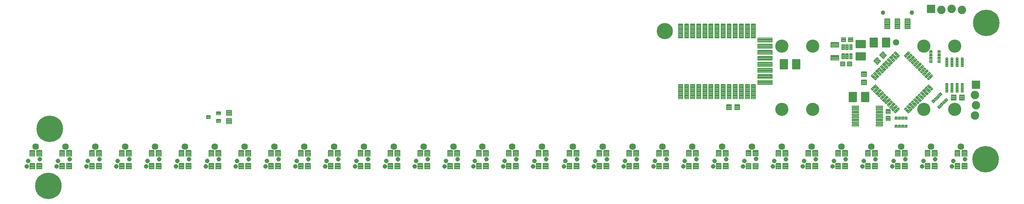
<source format=gts>
G75*
G70*
%OFA0B0*%
%FSLAX24Y24*%
%IPPOS*%
%LPD*%
%AMOC8*
5,1,8,0,0,1.08239X$1,22.5*
%
%ADD10C,0.2580*%
%ADD11C,0.1580*%
%ADD12C,0.0080*%
%ADD13C,0.0083*%
%ADD14C,0.0086*%
%ADD15C,0.1280*%
%ADD16C,0.0081*%
%ADD17C,0.0083*%
%ADD18C,0.0450*%
%ADD19C,0.0640*%
%ADD20C,0.0434*%
%ADD21C,0.0082*%
%ADD22C,0.0081*%
%ADD23C,0.0081*%
%ADD24R,0.0820X0.0820*%
%ADD25C,0.0820*%
%ADD26C,0.0611*%
D10*
X003025Y004261D03*
X003145Y009821D03*
X094105Y006861D03*
X094165Y020161D03*
D11*
X062935Y019351D03*
D12*
X083376Y014585D02*
X083514Y014723D01*
X083376Y014585D02*
X082960Y015001D01*
X083098Y015139D01*
X083514Y014723D01*
X083455Y014664D02*
X083297Y014664D01*
X083218Y014743D02*
X083494Y014743D01*
X083415Y014822D02*
X083139Y014822D01*
X083060Y014901D02*
X083336Y014901D01*
X083257Y014980D02*
X082981Y014980D01*
X083018Y015059D02*
X083178Y015059D01*
X083099Y015138D02*
X083097Y015138D01*
X083599Y014808D02*
X083737Y014946D01*
X083599Y014808D02*
X083183Y015224D01*
X083321Y015362D01*
X083737Y014946D01*
X083678Y014887D02*
X083520Y014887D01*
X083441Y014966D02*
X083717Y014966D01*
X083638Y015045D02*
X083362Y015045D01*
X083283Y015124D02*
X083559Y015124D01*
X083480Y015203D02*
X083204Y015203D01*
X083241Y015282D02*
X083401Y015282D01*
X083322Y015361D02*
X083320Y015361D01*
X083821Y015031D02*
X083959Y015169D01*
X083821Y015031D02*
X083405Y015447D01*
X083543Y015585D01*
X083959Y015169D01*
X083900Y015110D02*
X083742Y015110D01*
X083663Y015189D02*
X083939Y015189D01*
X083860Y015268D02*
X083584Y015268D01*
X083505Y015347D02*
X083781Y015347D01*
X083702Y015426D02*
X083426Y015426D01*
X083463Y015505D02*
X083623Y015505D01*
X083544Y015584D02*
X083542Y015584D01*
X084044Y015253D02*
X084182Y015391D01*
X084044Y015253D02*
X083628Y015669D01*
X083766Y015807D01*
X084182Y015391D01*
X084123Y015332D02*
X083965Y015332D01*
X083886Y015411D02*
X084162Y015411D01*
X084083Y015490D02*
X083807Y015490D01*
X083728Y015569D02*
X084004Y015569D01*
X083925Y015648D02*
X083649Y015648D01*
X083686Y015727D02*
X083846Y015727D01*
X083767Y015806D02*
X083765Y015806D01*
X084267Y015476D02*
X084405Y015614D01*
X084267Y015476D02*
X083851Y015892D01*
X083989Y016030D01*
X084405Y015614D01*
X084346Y015555D02*
X084188Y015555D01*
X084109Y015634D02*
X084385Y015634D01*
X084306Y015713D02*
X084030Y015713D01*
X083951Y015792D02*
X084227Y015792D01*
X084148Y015871D02*
X083872Y015871D01*
X083909Y015950D02*
X084069Y015950D01*
X083990Y016029D02*
X083988Y016029D01*
X084490Y015699D02*
X084628Y015837D01*
X084490Y015699D02*
X084074Y016115D01*
X084212Y016253D01*
X084628Y015837D01*
X084569Y015778D02*
X084411Y015778D01*
X084332Y015857D02*
X084608Y015857D01*
X084529Y015936D02*
X084253Y015936D01*
X084174Y016015D02*
X084450Y016015D01*
X084371Y016094D02*
X084095Y016094D01*
X084132Y016173D02*
X084292Y016173D01*
X084213Y016252D02*
X084211Y016252D01*
X084712Y015921D02*
X084850Y016059D01*
X084712Y015921D02*
X084296Y016337D01*
X084434Y016475D01*
X084850Y016059D01*
X084791Y016000D02*
X084633Y016000D01*
X084554Y016079D02*
X084830Y016079D01*
X084751Y016158D02*
X084475Y016158D01*
X084396Y016237D02*
X084672Y016237D01*
X084593Y016316D02*
X084317Y016316D01*
X084354Y016395D02*
X084514Y016395D01*
X084435Y016474D02*
X084433Y016474D01*
X084935Y016144D02*
X085073Y016282D01*
X084935Y016144D02*
X084519Y016560D01*
X084657Y016698D01*
X085073Y016282D01*
X085014Y016223D02*
X084856Y016223D01*
X084777Y016302D02*
X085053Y016302D01*
X084974Y016381D02*
X084698Y016381D01*
X084619Y016460D02*
X084895Y016460D01*
X084816Y016539D02*
X084540Y016539D01*
X084577Y016618D02*
X084737Y016618D01*
X084658Y016697D02*
X084656Y016697D01*
X085158Y016367D02*
X085296Y016505D01*
X085158Y016367D02*
X084742Y016783D01*
X084880Y016921D01*
X085296Y016505D01*
X085237Y016446D02*
X085079Y016446D01*
X085000Y016525D02*
X085276Y016525D01*
X085197Y016604D02*
X084921Y016604D01*
X084842Y016683D02*
X085118Y016683D01*
X085039Y016762D02*
X084763Y016762D01*
X084800Y016841D02*
X084960Y016841D01*
X084881Y016920D02*
X084879Y016920D01*
X085380Y016590D02*
X085518Y016728D01*
X085380Y016590D02*
X084964Y017006D01*
X085102Y017144D01*
X085518Y016728D01*
X085459Y016669D02*
X085301Y016669D01*
X085222Y016748D02*
X085498Y016748D01*
X085419Y016827D02*
X085143Y016827D01*
X085064Y016906D02*
X085340Y016906D01*
X085261Y016985D02*
X084985Y016985D01*
X085022Y017064D02*
X085182Y017064D01*
X085103Y017143D02*
X085101Y017143D01*
X085603Y016812D02*
X085741Y016950D01*
X085603Y016812D02*
X085187Y017228D01*
X085325Y017366D01*
X085741Y016950D01*
X085682Y016891D02*
X085524Y016891D01*
X085445Y016970D02*
X085721Y016970D01*
X085642Y017049D02*
X085366Y017049D01*
X085287Y017128D02*
X085563Y017128D01*
X085484Y017207D02*
X085208Y017207D01*
X085245Y017286D02*
X085405Y017286D01*
X085326Y017365D02*
X085324Y017365D01*
X086327Y016812D02*
X086743Y017228D01*
X086327Y016812D02*
X086189Y016950D01*
X086605Y017366D01*
X086743Y017228D01*
X086406Y016891D02*
X086248Y016891D01*
X086209Y016970D02*
X086485Y016970D01*
X086564Y017049D02*
X086288Y017049D01*
X086367Y017128D02*
X086643Y017128D01*
X086722Y017207D02*
X086446Y017207D01*
X086525Y017286D02*
X086685Y017286D01*
X086606Y017365D02*
X086604Y017365D01*
X086966Y017006D02*
X086550Y016590D01*
X086412Y016728D01*
X086828Y017144D01*
X086966Y017006D01*
X086629Y016669D02*
X086471Y016669D01*
X086432Y016748D02*
X086708Y016748D01*
X086787Y016827D02*
X086511Y016827D01*
X086590Y016906D02*
X086866Y016906D01*
X086945Y016985D02*
X086669Y016985D01*
X086748Y017064D02*
X086908Y017064D01*
X086829Y017143D02*
X086827Y017143D01*
X087189Y016783D02*
X086773Y016367D01*
X086635Y016505D01*
X087051Y016921D01*
X087189Y016783D01*
X086852Y016446D02*
X086694Y016446D01*
X086655Y016525D02*
X086931Y016525D01*
X087010Y016604D02*
X086734Y016604D01*
X086813Y016683D02*
X087089Y016683D01*
X087168Y016762D02*
X086892Y016762D01*
X086971Y016841D02*
X087131Y016841D01*
X087052Y016920D02*
X087050Y016920D01*
X087411Y016560D02*
X086995Y016144D01*
X086857Y016282D01*
X087273Y016698D01*
X087411Y016560D01*
X087074Y016223D02*
X086916Y016223D01*
X086877Y016302D02*
X087153Y016302D01*
X087232Y016381D02*
X086956Y016381D01*
X087035Y016460D02*
X087311Y016460D01*
X087390Y016539D02*
X087114Y016539D01*
X087193Y016618D02*
X087353Y016618D01*
X087274Y016697D02*
X087272Y016697D01*
X087634Y016337D02*
X087218Y015921D01*
X087080Y016059D01*
X087496Y016475D01*
X087634Y016337D01*
X087297Y016000D02*
X087139Y016000D01*
X087100Y016079D02*
X087376Y016079D01*
X087455Y016158D02*
X087179Y016158D01*
X087258Y016237D02*
X087534Y016237D01*
X087613Y016316D02*
X087337Y016316D01*
X087416Y016395D02*
X087576Y016395D01*
X087497Y016474D02*
X087495Y016474D01*
X087857Y016115D02*
X087441Y015699D01*
X087303Y015837D01*
X087719Y016253D01*
X087857Y016115D01*
X087520Y015778D02*
X087362Y015778D01*
X087323Y015857D02*
X087599Y015857D01*
X087678Y015936D02*
X087402Y015936D01*
X087481Y016015D02*
X087757Y016015D01*
X087836Y016094D02*
X087560Y016094D01*
X087639Y016173D02*
X087799Y016173D01*
X087720Y016252D02*
X087718Y016252D01*
X088080Y015892D02*
X087664Y015476D01*
X087526Y015614D01*
X087942Y016030D01*
X088080Y015892D01*
X087743Y015555D02*
X087585Y015555D01*
X087546Y015634D02*
X087822Y015634D01*
X087901Y015713D02*
X087625Y015713D01*
X087704Y015792D02*
X087980Y015792D01*
X088059Y015871D02*
X087783Y015871D01*
X087862Y015950D02*
X088022Y015950D01*
X087943Y016029D02*
X087941Y016029D01*
X088302Y015669D02*
X087886Y015253D01*
X087748Y015391D01*
X088164Y015807D01*
X088302Y015669D01*
X087965Y015332D02*
X087807Y015332D01*
X087768Y015411D02*
X088044Y015411D01*
X088123Y015490D02*
X087847Y015490D01*
X087926Y015569D02*
X088202Y015569D01*
X088281Y015648D02*
X088005Y015648D01*
X088084Y015727D02*
X088244Y015727D01*
X088165Y015806D02*
X088163Y015806D01*
X088525Y015447D02*
X088109Y015031D01*
X087971Y015169D01*
X088387Y015585D01*
X088525Y015447D01*
X088188Y015110D02*
X088030Y015110D01*
X087991Y015189D02*
X088267Y015189D01*
X088346Y015268D02*
X088070Y015268D01*
X088149Y015347D02*
X088425Y015347D01*
X088504Y015426D02*
X088228Y015426D01*
X088307Y015505D02*
X088467Y015505D01*
X088388Y015584D02*
X088386Y015584D01*
X088748Y015224D02*
X088332Y014808D01*
X088194Y014946D01*
X088610Y015362D01*
X088748Y015224D01*
X088411Y014887D02*
X088253Y014887D01*
X088214Y014966D02*
X088490Y014966D01*
X088569Y015045D02*
X088293Y015045D01*
X088372Y015124D02*
X088648Y015124D01*
X088727Y015203D02*
X088451Y015203D01*
X088530Y015282D02*
X088690Y015282D01*
X088611Y015361D02*
X088609Y015361D01*
X088970Y015001D02*
X088554Y014585D01*
X088416Y014723D01*
X088832Y015139D01*
X088970Y015001D01*
X088633Y014664D02*
X088475Y014664D01*
X088436Y014743D02*
X088712Y014743D01*
X088791Y014822D02*
X088515Y014822D01*
X088594Y014901D02*
X088870Y014901D01*
X088949Y014980D02*
X088673Y014980D01*
X088752Y015059D02*
X088912Y015059D01*
X088833Y015138D02*
X088831Y015138D01*
X088970Y013721D02*
X088832Y013583D01*
X088416Y013999D01*
X088554Y014137D01*
X088970Y013721D01*
X088911Y013662D02*
X088753Y013662D01*
X088674Y013741D02*
X088950Y013741D01*
X088871Y013820D02*
X088595Y013820D01*
X088516Y013899D02*
X088792Y013899D01*
X088713Y013978D02*
X088437Y013978D01*
X088474Y014057D02*
X088634Y014057D01*
X088555Y014136D02*
X088553Y014136D01*
X090237Y013406D02*
X090433Y013406D01*
X090237Y013406D02*
X090237Y014272D01*
X090433Y014272D01*
X090433Y013406D01*
X090433Y013485D02*
X090237Y013485D01*
X090237Y013564D02*
X090433Y013564D01*
X090433Y013643D02*
X090237Y013643D01*
X090237Y013722D02*
X090433Y013722D01*
X090433Y013801D02*
X090237Y013801D01*
X090237Y013880D02*
X090433Y013880D01*
X090433Y013959D02*
X090237Y013959D01*
X090237Y014038D02*
X090433Y014038D01*
X090433Y014117D02*
X090237Y014117D01*
X090237Y014196D02*
X090433Y014196D01*
X090733Y013406D02*
X090929Y013406D01*
X090733Y013406D02*
X090733Y014272D01*
X090929Y014272D01*
X090929Y013406D01*
X090929Y013485D02*
X090733Y013485D01*
X090733Y013564D02*
X090929Y013564D01*
X090929Y013643D02*
X090733Y013643D01*
X090733Y013722D02*
X090929Y013722D01*
X090929Y013801D02*
X090733Y013801D01*
X090733Y013880D02*
X090929Y013880D01*
X090929Y013959D02*
X090733Y013959D01*
X090733Y014038D02*
X090929Y014038D01*
X090929Y014117D02*
X090733Y014117D01*
X090733Y014196D02*
X090929Y014196D01*
X091233Y013406D02*
X091429Y013406D01*
X091233Y013406D02*
X091233Y014272D01*
X091429Y014272D01*
X091429Y013406D01*
X091429Y013485D02*
X091233Y013485D01*
X091233Y013564D02*
X091429Y013564D01*
X091429Y013643D02*
X091233Y013643D01*
X091233Y013722D02*
X091429Y013722D01*
X091429Y013801D02*
X091233Y013801D01*
X091233Y013880D02*
X091429Y013880D01*
X091429Y013959D02*
X091233Y013959D01*
X091233Y014038D02*
X091429Y014038D01*
X091429Y014117D02*
X091233Y014117D01*
X091233Y014196D02*
X091429Y014196D01*
X091733Y013406D02*
X091929Y013406D01*
X091733Y013406D02*
X091733Y014272D01*
X091929Y014272D01*
X091929Y013406D01*
X091929Y013485D02*
X091733Y013485D01*
X091733Y013564D02*
X091929Y013564D01*
X091929Y013643D02*
X091733Y013643D01*
X091733Y013722D02*
X091929Y013722D01*
X091929Y013801D02*
X091733Y013801D01*
X091733Y013880D02*
X091929Y013880D01*
X091929Y013959D02*
X091733Y013959D01*
X091733Y014038D02*
X091929Y014038D01*
X091929Y014117D02*
X091733Y014117D01*
X091733Y014196D02*
X091929Y014196D01*
X088748Y013498D02*
X088610Y013360D01*
X088194Y013776D01*
X088332Y013914D01*
X088748Y013498D01*
X088689Y013439D02*
X088531Y013439D01*
X088452Y013518D02*
X088728Y013518D01*
X088649Y013597D02*
X088373Y013597D01*
X088294Y013676D02*
X088570Y013676D01*
X088491Y013755D02*
X088215Y013755D01*
X088252Y013834D02*
X088412Y013834D01*
X088333Y013913D02*
X088331Y013913D01*
X088525Y013276D02*
X088387Y013138D01*
X087971Y013554D01*
X088109Y013692D01*
X088525Y013276D01*
X088466Y013217D02*
X088308Y013217D01*
X088229Y013296D02*
X088505Y013296D01*
X088426Y013375D02*
X088150Y013375D01*
X088071Y013454D02*
X088347Y013454D01*
X088268Y013533D02*
X087992Y013533D01*
X088029Y013612D02*
X088189Y013612D01*
X088110Y013691D02*
X088108Y013691D01*
X088302Y013053D02*
X088164Y012915D01*
X087748Y013331D01*
X087886Y013469D01*
X088302Y013053D01*
X088243Y012994D02*
X088085Y012994D01*
X088006Y013073D02*
X088282Y013073D01*
X088203Y013152D02*
X087927Y013152D01*
X087848Y013231D02*
X088124Y013231D01*
X088045Y013310D02*
X087769Y013310D01*
X087806Y013389D02*
X087966Y013389D01*
X087887Y013468D02*
X087885Y013468D01*
X088080Y012830D02*
X087942Y012692D01*
X087526Y013108D01*
X087664Y013246D01*
X088080Y012830D01*
X088021Y012771D02*
X087863Y012771D01*
X087784Y012850D02*
X088060Y012850D01*
X087981Y012929D02*
X087705Y012929D01*
X087626Y013008D02*
X087902Y013008D01*
X087823Y013087D02*
X087547Y013087D01*
X087584Y013166D02*
X087744Y013166D01*
X087665Y013245D02*
X087663Y013245D01*
X087857Y012607D02*
X087719Y012469D01*
X087303Y012885D01*
X087441Y013023D01*
X087857Y012607D01*
X087798Y012548D02*
X087640Y012548D01*
X087561Y012627D02*
X087837Y012627D01*
X087758Y012706D02*
X087482Y012706D01*
X087403Y012785D02*
X087679Y012785D01*
X087600Y012864D02*
X087324Y012864D01*
X087361Y012943D02*
X087521Y012943D01*
X087442Y013022D02*
X087440Y013022D01*
X087634Y012385D02*
X087496Y012247D01*
X087080Y012663D01*
X087218Y012801D01*
X087634Y012385D01*
X087575Y012326D02*
X087417Y012326D01*
X087338Y012405D02*
X087614Y012405D01*
X087535Y012484D02*
X087259Y012484D01*
X087180Y012563D02*
X087456Y012563D01*
X087377Y012642D02*
X087101Y012642D01*
X087138Y012721D02*
X087298Y012721D01*
X087219Y012800D02*
X087217Y012800D01*
X087411Y012162D02*
X087273Y012024D01*
X086857Y012440D01*
X086995Y012578D01*
X087411Y012162D01*
X087352Y012103D02*
X087194Y012103D01*
X087115Y012182D02*
X087391Y012182D01*
X087312Y012261D02*
X087036Y012261D01*
X086957Y012340D02*
X087233Y012340D01*
X087154Y012419D02*
X086878Y012419D01*
X086915Y012498D02*
X087075Y012498D01*
X086996Y012577D02*
X086994Y012577D01*
X087189Y011939D02*
X087051Y011801D01*
X086635Y012217D01*
X086773Y012355D01*
X087189Y011939D01*
X087130Y011880D02*
X086972Y011880D01*
X086893Y011959D02*
X087169Y011959D01*
X087090Y012038D02*
X086814Y012038D01*
X086735Y012117D02*
X087011Y012117D01*
X086932Y012196D02*
X086656Y012196D01*
X086693Y012275D02*
X086853Y012275D01*
X086774Y012354D02*
X086772Y012354D01*
X086966Y011717D02*
X086828Y011579D01*
X086412Y011995D01*
X086550Y012133D01*
X086966Y011717D01*
X086907Y011658D02*
X086749Y011658D01*
X086670Y011737D02*
X086946Y011737D01*
X086867Y011816D02*
X086591Y011816D01*
X086512Y011895D02*
X086788Y011895D01*
X086709Y011974D02*
X086433Y011974D01*
X086470Y012053D02*
X086630Y012053D01*
X086551Y012132D02*
X086549Y012132D01*
X085518Y011995D02*
X085102Y011579D01*
X084964Y011717D01*
X085380Y012133D01*
X085518Y011995D01*
X085181Y011658D02*
X085023Y011658D01*
X084984Y011737D02*
X085260Y011737D01*
X085339Y011816D02*
X085063Y011816D01*
X085142Y011895D02*
X085418Y011895D01*
X085497Y011974D02*
X085221Y011974D01*
X085300Y012053D02*
X085460Y012053D01*
X085381Y012132D02*
X085379Y012132D01*
X085296Y012217D02*
X084880Y011801D01*
X084742Y011939D01*
X085158Y012355D01*
X085296Y012217D01*
X084959Y011880D02*
X084801Y011880D01*
X084762Y011959D02*
X085038Y011959D01*
X085117Y012038D02*
X084841Y012038D01*
X084920Y012117D02*
X085196Y012117D01*
X085275Y012196D02*
X084999Y012196D01*
X085078Y012275D02*
X085238Y012275D01*
X085159Y012354D02*
X085157Y012354D01*
X085073Y012440D02*
X084657Y012024D01*
X084519Y012162D01*
X084935Y012578D01*
X085073Y012440D01*
X084736Y012103D02*
X084578Y012103D01*
X084539Y012182D02*
X084815Y012182D01*
X084894Y012261D02*
X084618Y012261D01*
X084697Y012340D02*
X084973Y012340D01*
X085052Y012419D02*
X084776Y012419D01*
X084855Y012498D02*
X085015Y012498D01*
X084936Y012577D02*
X084934Y012577D01*
X084850Y012663D02*
X084434Y012247D01*
X084296Y012385D01*
X084712Y012801D01*
X084850Y012663D01*
X084513Y012326D02*
X084355Y012326D01*
X084316Y012405D02*
X084592Y012405D01*
X084671Y012484D02*
X084395Y012484D01*
X084474Y012563D02*
X084750Y012563D01*
X084829Y012642D02*
X084553Y012642D01*
X084632Y012721D02*
X084792Y012721D01*
X084713Y012800D02*
X084711Y012800D01*
X084628Y012885D02*
X084212Y012469D01*
X084074Y012607D01*
X084490Y013023D01*
X084628Y012885D01*
X084291Y012548D02*
X084133Y012548D01*
X084094Y012627D02*
X084370Y012627D01*
X084449Y012706D02*
X084173Y012706D01*
X084252Y012785D02*
X084528Y012785D01*
X084607Y012864D02*
X084331Y012864D01*
X084410Y012943D02*
X084570Y012943D01*
X084491Y013022D02*
X084489Y013022D01*
X084405Y013108D02*
X083989Y012692D01*
X083851Y012830D01*
X084267Y013246D01*
X084405Y013108D01*
X084068Y012771D02*
X083910Y012771D01*
X083871Y012850D02*
X084147Y012850D01*
X084226Y012929D02*
X083950Y012929D01*
X084029Y013008D02*
X084305Y013008D01*
X084384Y013087D02*
X084108Y013087D01*
X084187Y013166D02*
X084347Y013166D01*
X084268Y013245D02*
X084266Y013245D01*
X084182Y013331D02*
X083766Y012915D01*
X083628Y013053D01*
X084044Y013469D01*
X084182Y013331D01*
X083845Y012994D02*
X083687Y012994D01*
X083648Y013073D02*
X083924Y013073D01*
X084003Y013152D02*
X083727Y013152D01*
X083806Y013231D02*
X084082Y013231D01*
X084161Y013310D02*
X083885Y013310D01*
X083964Y013389D02*
X084124Y013389D01*
X084045Y013468D02*
X084043Y013468D01*
X083959Y013554D02*
X083543Y013138D01*
X083405Y013276D01*
X083821Y013692D01*
X083959Y013554D01*
X083622Y013217D02*
X083464Y013217D01*
X083425Y013296D02*
X083701Y013296D01*
X083780Y013375D02*
X083504Y013375D01*
X083583Y013454D02*
X083859Y013454D01*
X083938Y013533D02*
X083662Y013533D01*
X083741Y013612D02*
X083901Y013612D01*
X083822Y013691D02*
X083820Y013691D01*
X083737Y013776D02*
X083321Y013360D01*
X083183Y013498D01*
X083599Y013914D01*
X083737Y013776D01*
X083400Y013439D02*
X083242Y013439D01*
X083203Y013518D02*
X083479Y013518D01*
X083558Y013597D02*
X083282Y013597D01*
X083361Y013676D02*
X083637Y013676D01*
X083716Y013755D02*
X083440Y013755D01*
X083519Y013834D02*
X083679Y013834D01*
X083600Y013913D02*
X083598Y013913D01*
X083514Y013999D02*
X083098Y013583D01*
X082960Y013721D01*
X083376Y014137D01*
X083514Y013999D01*
X083177Y013662D02*
X083019Y013662D01*
X082980Y013741D02*
X083256Y013741D01*
X083335Y013820D02*
X083059Y013820D01*
X083138Y013899D02*
X083414Y013899D01*
X083493Y013978D02*
X083217Y013978D01*
X083296Y014057D02*
X083456Y014057D01*
X083377Y014136D02*
X083375Y014136D01*
X090237Y015890D02*
X090433Y015890D01*
X090237Y015890D02*
X090237Y016756D01*
X090433Y016756D01*
X090433Y015890D01*
X090433Y015969D02*
X090237Y015969D01*
X090237Y016048D02*
X090433Y016048D01*
X090433Y016127D02*
X090237Y016127D01*
X090237Y016206D02*
X090433Y016206D01*
X090433Y016285D02*
X090237Y016285D01*
X090237Y016364D02*
X090433Y016364D01*
X090433Y016443D02*
X090237Y016443D01*
X090237Y016522D02*
X090433Y016522D01*
X090433Y016601D02*
X090237Y016601D01*
X090237Y016680D02*
X090433Y016680D01*
X090737Y015890D02*
X090933Y015890D01*
X090737Y015890D02*
X090737Y016756D01*
X090933Y016756D01*
X090933Y015890D01*
X090933Y015969D02*
X090737Y015969D01*
X090737Y016048D02*
X090933Y016048D01*
X090933Y016127D02*
X090737Y016127D01*
X090737Y016206D02*
X090933Y016206D01*
X090933Y016285D02*
X090737Y016285D01*
X090737Y016364D02*
X090933Y016364D01*
X090933Y016443D02*
X090737Y016443D01*
X090737Y016522D02*
X090933Y016522D01*
X090933Y016601D02*
X090737Y016601D01*
X090737Y016680D02*
X090933Y016680D01*
X091237Y015890D02*
X091433Y015890D01*
X091237Y015890D02*
X091237Y016756D01*
X091433Y016756D01*
X091433Y015890D01*
X091433Y015969D02*
X091237Y015969D01*
X091237Y016048D02*
X091433Y016048D01*
X091433Y016127D02*
X091237Y016127D01*
X091237Y016206D02*
X091433Y016206D01*
X091433Y016285D02*
X091237Y016285D01*
X091237Y016364D02*
X091433Y016364D01*
X091433Y016443D02*
X091237Y016443D01*
X091237Y016522D02*
X091433Y016522D01*
X091433Y016601D02*
X091237Y016601D01*
X091237Y016680D02*
X091433Y016680D01*
X091737Y015890D02*
X091933Y015890D01*
X091737Y015890D02*
X091737Y016756D01*
X091933Y016756D01*
X091933Y015890D01*
X091933Y015969D02*
X091737Y015969D01*
X091737Y016048D02*
X091933Y016048D01*
X091933Y016127D02*
X091737Y016127D01*
X091737Y016206D02*
X091933Y016206D01*
X091933Y016285D02*
X091737Y016285D01*
X091737Y016364D02*
X091933Y016364D01*
X091933Y016443D02*
X091737Y016443D01*
X091737Y016522D02*
X091933Y016522D01*
X091933Y016601D02*
X091737Y016601D01*
X091737Y016680D02*
X091933Y016680D01*
X086743Y011494D02*
X086605Y011356D01*
X086189Y011772D01*
X086327Y011910D01*
X086743Y011494D01*
X086684Y011435D02*
X086526Y011435D01*
X086447Y011514D02*
X086723Y011514D01*
X086644Y011593D02*
X086368Y011593D01*
X086289Y011672D02*
X086565Y011672D01*
X086486Y011751D02*
X086210Y011751D01*
X086247Y011830D02*
X086407Y011830D01*
X086328Y011909D02*
X086326Y011909D01*
X085741Y011772D02*
X085325Y011356D01*
X085187Y011494D01*
X085603Y011910D01*
X085741Y011772D01*
X085404Y011435D02*
X085246Y011435D01*
X085207Y011514D02*
X085483Y011514D01*
X085562Y011593D02*
X085286Y011593D01*
X085365Y011672D02*
X085641Y011672D01*
X085720Y011751D02*
X085444Y011751D01*
X085523Y011830D02*
X085683Y011830D01*
X085604Y011909D02*
X085602Y011909D01*
D13*
X090760Y013126D02*
X091230Y013126D01*
X091230Y012616D01*
X090760Y012616D01*
X090760Y013126D01*
X090760Y012698D02*
X091230Y012698D01*
X091230Y012780D02*
X090760Y012780D01*
X090760Y012862D02*
X091230Y012862D01*
X091230Y012944D02*
X090760Y012944D01*
X090760Y013026D02*
X091230Y013026D01*
X091230Y013108D02*
X090760Y013108D01*
X091560Y013126D02*
X092030Y013126D01*
X092030Y012616D01*
X091560Y012616D01*
X091560Y013126D01*
X091560Y012698D02*
X092030Y012698D01*
X092030Y012780D02*
X091560Y012780D01*
X091560Y012862D02*
X092030Y012862D01*
X092030Y012944D02*
X091560Y012944D01*
X091560Y013026D02*
X092030Y013026D01*
X092030Y013108D02*
X091560Y013108D01*
X082520Y014126D02*
X082520Y014596D01*
X082520Y014126D02*
X082010Y014126D01*
X082010Y014596D01*
X082520Y014596D01*
X082520Y014208D02*
X082010Y014208D01*
X082010Y014290D02*
X082520Y014290D01*
X082520Y014372D02*
X082010Y014372D01*
X082010Y014454D02*
X082520Y014454D01*
X082520Y014536D02*
X082010Y014536D01*
X082520Y014926D02*
X082520Y015396D01*
X082520Y014926D02*
X082010Y014926D01*
X082010Y015396D01*
X082520Y015396D01*
X082520Y015008D02*
X082010Y015008D01*
X082010Y015090D02*
X082520Y015090D01*
X082520Y015172D02*
X082010Y015172D01*
X082010Y015254D02*
X082520Y015254D01*
X082520Y015336D02*
X082010Y015336D01*
X083216Y016452D02*
X083548Y016784D01*
X083908Y016424D01*
X083576Y016092D01*
X083216Y016452D01*
X083494Y016174D02*
X083658Y016174D01*
X083740Y016256D02*
X083412Y016256D01*
X083330Y016338D02*
X083822Y016338D01*
X083904Y016420D02*
X083248Y016420D01*
X083266Y016502D02*
X083830Y016502D01*
X083748Y016584D02*
X083348Y016584D01*
X083430Y016666D02*
X083666Y016666D01*
X083584Y016748D02*
X083512Y016748D01*
X083782Y017018D02*
X084114Y017350D01*
X084474Y016990D01*
X084142Y016658D01*
X083782Y017018D01*
X084060Y016740D02*
X084224Y016740D01*
X084306Y016822D02*
X083978Y016822D01*
X083896Y016904D02*
X084388Y016904D01*
X084470Y016986D02*
X083814Y016986D01*
X083832Y017068D02*
X084396Y017068D01*
X084314Y017150D02*
X083914Y017150D01*
X083996Y017232D02*
X084232Y017232D01*
X084150Y017314D02*
X084078Y017314D01*
X079053Y017006D02*
X079053Y016536D01*
X079053Y017006D02*
X079837Y017006D01*
X079837Y016536D01*
X079053Y016536D01*
X079053Y016618D02*
X079837Y016618D01*
X079837Y016700D02*
X079053Y016700D01*
X079053Y016782D02*
X079837Y016782D01*
X079837Y016864D02*
X079053Y016864D01*
X079053Y016946D02*
X079837Y016946D01*
X079053Y017796D02*
X079053Y018266D01*
X079837Y018266D01*
X079837Y017796D01*
X079053Y017796D01*
X079053Y017878D02*
X079837Y017878D01*
X079837Y017960D02*
X079053Y017960D01*
X079053Y018042D02*
X079837Y018042D01*
X079837Y018124D02*
X079053Y018124D01*
X079053Y018206D02*
X079837Y018206D01*
X084306Y020569D02*
X084776Y020569D01*
X084776Y019587D01*
X084306Y019587D01*
X084306Y020569D01*
X084306Y019669D02*
X084776Y019669D01*
X084776Y019751D02*
X084306Y019751D01*
X084306Y019833D02*
X084776Y019833D01*
X084776Y019915D02*
X084306Y019915D01*
X084306Y019997D02*
X084776Y019997D01*
X084776Y020079D02*
X084306Y020079D01*
X084306Y020161D02*
X084776Y020161D01*
X084776Y020243D02*
X084306Y020243D01*
X084306Y020325D02*
X084776Y020325D01*
X084776Y020407D02*
X084306Y020407D01*
X084306Y020489D02*
X084776Y020489D01*
X085290Y020569D02*
X085760Y020569D01*
X085760Y019587D01*
X085290Y019587D01*
X085290Y020569D01*
X085290Y019669D02*
X085760Y019669D01*
X085760Y019751D02*
X085290Y019751D01*
X085290Y019833D02*
X085760Y019833D01*
X085760Y019915D02*
X085290Y019915D01*
X085290Y019997D02*
X085760Y019997D01*
X085760Y020079D02*
X085290Y020079D01*
X085290Y020161D02*
X085760Y020161D01*
X085760Y020243D02*
X085290Y020243D01*
X085290Y020325D02*
X085760Y020325D01*
X085760Y020407D02*
X085290Y020407D01*
X085290Y020489D02*
X085760Y020489D01*
X086274Y020569D02*
X086744Y020569D01*
X086744Y019587D01*
X086274Y019587D01*
X086274Y020569D01*
X086274Y019669D02*
X086744Y019669D01*
X086744Y019751D02*
X086274Y019751D01*
X086274Y019833D02*
X086744Y019833D01*
X086744Y019915D02*
X086274Y019915D01*
X086274Y019997D02*
X086744Y019997D01*
X086744Y020079D02*
X086274Y020079D01*
X086274Y020161D02*
X086744Y020161D01*
X086744Y020243D02*
X086274Y020243D01*
X086274Y020325D02*
X086744Y020325D01*
X086744Y020407D02*
X086274Y020407D01*
X086274Y020489D02*
X086744Y020489D01*
X070180Y011686D02*
X069710Y011686D01*
X069710Y012196D01*
X070180Y012196D01*
X070180Y011686D01*
X070180Y011768D02*
X069710Y011768D01*
X069710Y011850D02*
X070180Y011850D01*
X070180Y011932D02*
X069710Y011932D01*
X069710Y012014D02*
X070180Y012014D01*
X070180Y012096D02*
X069710Y012096D01*
X069710Y012178D02*
X070180Y012178D01*
X069380Y011686D02*
X068910Y011686D01*
X068910Y012196D01*
X069380Y012196D01*
X069380Y011686D01*
X069380Y011768D02*
X068910Y011768D01*
X068910Y011850D02*
X069380Y011850D01*
X069380Y011932D02*
X068910Y011932D01*
X068910Y012014D02*
X069380Y012014D01*
X069380Y012096D02*
X068910Y012096D01*
X068910Y012178D02*
X069380Y012178D01*
X069075Y007177D02*
X068605Y007177D01*
X068605Y007725D01*
X069075Y007725D01*
X069075Y007177D01*
X069075Y007259D02*
X068605Y007259D01*
X068605Y007341D02*
X069075Y007341D01*
X069075Y007423D02*
X068605Y007423D01*
X068605Y007505D02*
X069075Y007505D01*
X069075Y007587D02*
X068605Y007587D01*
X068605Y007669D02*
X069075Y007669D01*
X068386Y007177D02*
X067916Y007177D01*
X067916Y007725D01*
X068386Y007725D01*
X068386Y007177D01*
X068386Y007259D02*
X067916Y007259D01*
X067916Y007341D02*
X068386Y007341D01*
X068386Y007423D02*
X067916Y007423D01*
X067916Y007505D02*
X068386Y007505D01*
X068386Y007587D02*
X067916Y007587D01*
X067916Y007669D02*
X068386Y007669D01*
X070816Y007187D02*
X071286Y007187D01*
X070816Y007187D02*
X070816Y007735D01*
X071286Y007735D01*
X071286Y007187D01*
X071286Y007269D02*
X070816Y007269D01*
X070816Y007351D02*
X071286Y007351D01*
X071286Y007433D02*
X070816Y007433D01*
X070816Y007515D02*
X071286Y007515D01*
X071286Y007597D02*
X070816Y007597D01*
X070816Y007679D02*
X071286Y007679D01*
X071505Y007187D02*
X071975Y007187D01*
X071505Y007187D02*
X071505Y007735D01*
X071975Y007735D01*
X071975Y007187D01*
X071975Y007269D02*
X071505Y007269D01*
X071505Y007351D02*
X071975Y007351D01*
X071975Y007433D02*
X071505Y007433D01*
X071505Y007515D02*
X071975Y007515D01*
X071975Y007597D02*
X071505Y007597D01*
X071505Y007679D02*
X071975Y007679D01*
X073716Y007177D02*
X074186Y007177D01*
X073716Y007177D02*
X073716Y007725D01*
X074186Y007725D01*
X074186Y007177D01*
X074186Y007259D02*
X073716Y007259D01*
X073716Y007341D02*
X074186Y007341D01*
X074186Y007423D02*
X073716Y007423D01*
X073716Y007505D02*
X074186Y007505D01*
X074186Y007587D02*
X073716Y007587D01*
X073716Y007669D02*
X074186Y007669D01*
X074405Y007177D02*
X074875Y007177D01*
X074405Y007177D02*
X074405Y007725D01*
X074875Y007725D01*
X074875Y007177D01*
X074875Y007259D02*
X074405Y007259D01*
X074405Y007341D02*
X074875Y007341D01*
X074875Y007423D02*
X074405Y007423D01*
X074405Y007505D02*
X074875Y007505D01*
X074875Y007587D02*
X074405Y007587D01*
X074405Y007669D02*
X074875Y007669D01*
X076616Y007177D02*
X077086Y007177D01*
X076616Y007177D02*
X076616Y007725D01*
X077086Y007725D01*
X077086Y007177D01*
X077086Y007259D02*
X076616Y007259D01*
X076616Y007341D02*
X077086Y007341D01*
X077086Y007423D02*
X076616Y007423D01*
X076616Y007505D02*
X077086Y007505D01*
X077086Y007587D02*
X076616Y007587D01*
X076616Y007669D02*
X077086Y007669D01*
X077305Y007177D02*
X077775Y007177D01*
X077305Y007177D02*
X077305Y007725D01*
X077775Y007725D01*
X077775Y007177D01*
X077775Y007259D02*
X077305Y007259D01*
X077305Y007341D02*
X077775Y007341D01*
X077775Y007423D02*
X077305Y007423D01*
X077305Y007505D02*
X077775Y007505D01*
X077775Y007587D02*
X077305Y007587D01*
X077305Y007669D02*
X077775Y007669D01*
X079516Y007177D02*
X079986Y007177D01*
X079516Y007177D02*
X079516Y007725D01*
X079986Y007725D01*
X079986Y007177D01*
X079986Y007259D02*
X079516Y007259D01*
X079516Y007341D02*
X079986Y007341D01*
X079986Y007423D02*
X079516Y007423D01*
X079516Y007505D02*
X079986Y007505D01*
X079986Y007587D02*
X079516Y007587D01*
X079516Y007669D02*
X079986Y007669D01*
X080205Y007177D02*
X080675Y007177D01*
X080205Y007177D02*
X080205Y007725D01*
X080675Y007725D01*
X080675Y007177D01*
X080675Y007259D02*
X080205Y007259D01*
X080205Y007341D02*
X080675Y007341D01*
X080675Y007423D02*
X080205Y007423D01*
X080205Y007505D02*
X080675Y007505D01*
X080675Y007587D02*
X080205Y007587D01*
X080205Y007669D02*
X080675Y007669D01*
X082416Y007177D02*
X082886Y007177D01*
X082416Y007177D02*
X082416Y007725D01*
X082886Y007725D01*
X082886Y007177D01*
X082886Y007259D02*
X082416Y007259D01*
X082416Y007341D02*
X082886Y007341D01*
X082886Y007423D02*
X082416Y007423D01*
X082416Y007505D02*
X082886Y007505D01*
X082886Y007587D02*
X082416Y007587D01*
X082416Y007669D02*
X082886Y007669D01*
X083105Y007177D02*
X083575Y007177D01*
X083105Y007177D02*
X083105Y007725D01*
X083575Y007725D01*
X083575Y007177D01*
X083575Y007259D02*
X083105Y007259D01*
X083105Y007341D02*
X083575Y007341D01*
X083575Y007423D02*
X083105Y007423D01*
X083105Y007505D02*
X083575Y007505D01*
X083575Y007587D02*
X083105Y007587D01*
X083105Y007669D02*
X083575Y007669D01*
X085316Y007177D02*
X085786Y007177D01*
X085316Y007177D02*
X085316Y007725D01*
X085786Y007725D01*
X085786Y007177D01*
X085786Y007259D02*
X085316Y007259D01*
X085316Y007341D02*
X085786Y007341D01*
X085786Y007423D02*
X085316Y007423D01*
X085316Y007505D02*
X085786Y007505D01*
X085786Y007587D02*
X085316Y007587D01*
X085316Y007669D02*
X085786Y007669D01*
X086005Y007177D02*
X086475Y007177D01*
X086005Y007177D02*
X086005Y007725D01*
X086475Y007725D01*
X086475Y007177D01*
X086475Y007259D02*
X086005Y007259D01*
X086005Y007341D02*
X086475Y007341D01*
X086475Y007423D02*
X086005Y007423D01*
X086005Y007505D02*
X086475Y007505D01*
X086475Y007587D02*
X086005Y007587D01*
X086005Y007669D02*
X086475Y007669D01*
X088216Y007177D02*
X088686Y007177D01*
X088216Y007177D02*
X088216Y007725D01*
X088686Y007725D01*
X088686Y007177D01*
X088686Y007259D02*
X088216Y007259D01*
X088216Y007341D02*
X088686Y007341D01*
X088686Y007423D02*
X088216Y007423D01*
X088216Y007505D02*
X088686Y007505D01*
X088686Y007587D02*
X088216Y007587D01*
X088216Y007669D02*
X088686Y007669D01*
X088905Y007177D02*
X089375Y007177D01*
X088905Y007177D02*
X088905Y007725D01*
X089375Y007725D01*
X089375Y007177D01*
X089375Y007259D02*
X088905Y007259D01*
X088905Y007341D02*
X089375Y007341D01*
X089375Y007423D02*
X088905Y007423D01*
X088905Y007505D02*
X089375Y007505D01*
X089375Y007587D02*
X088905Y007587D01*
X088905Y007669D02*
X089375Y007669D01*
X091116Y007177D02*
X091586Y007177D01*
X091116Y007177D02*
X091116Y007725D01*
X091586Y007725D01*
X091586Y007177D01*
X091586Y007259D02*
X091116Y007259D01*
X091116Y007341D02*
X091586Y007341D01*
X091586Y007423D02*
X091116Y007423D01*
X091116Y007505D02*
X091586Y007505D01*
X091586Y007587D02*
X091116Y007587D01*
X091116Y007669D02*
X091586Y007669D01*
X091805Y007177D02*
X092275Y007177D01*
X091805Y007177D02*
X091805Y007725D01*
X092275Y007725D01*
X092275Y007177D01*
X092275Y007259D02*
X091805Y007259D01*
X091805Y007341D02*
X092275Y007341D01*
X092275Y007423D02*
X091805Y007423D01*
X091805Y007505D02*
X092275Y007505D01*
X092275Y007587D02*
X091805Y007587D01*
X091805Y007669D02*
X092275Y007669D01*
X092275Y005917D02*
X091805Y005917D01*
X091805Y006465D01*
X092275Y006465D01*
X092275Y005917D01*
X092275Y005999D02*
X091805Y005999D01*
X091805Y006081D02*
X092275Y006081D01*
X092275Y006163D02*
X091805Y006163D01*
X091805Y006245D02*
X092275Y006245D01*
X092275Y006327D02*
X091805Y006327D01*
X091805Y006409D02*
X092275Y006409D01*
X091586Y005917D02*
X091116Y005917D01*
X091116Y006465D01*
X091586Y006465D01*
X091586Y005917D01*
X091586Y005999D02*
X091116Y005999D01*
X091116Y006081D02*
X091586Y006081D01*
X091586Y006163D02*
X091116Y006163D01*
X091116Y006245D02*
X091586Y006245D01*
X091586Y006327D02*
X091116Y006327D01*
X091116Y006409D02*
X091586Y006409D01*
X089375Y005917D02*
X088905Y005917D01*
X088905Y006465D01*
X089375Y006465D01*
X089375Y005917D01*
X089375Y005999D02*
X088905Y005999D01*
X088905Y006081D02*
X089375Y006081D01*
X089375Y006163D02*
X088905Y006163D01*
X088905Y006245D02*
X089375Y006245D01*
X089375Y006327D02*
X088905Y006327D01*
X088905Y006409D02*
X089375Y006409D01*
X088686Y005917D02*
X088216Y005917D01*
X088216Y006465D01*
X088686Y006465D01*
X088686Y005917D01*
X088686Y005999D02*
X088216Y005999D01*
X088216Y006081D02*
X088686Y006081D01*
X088686Y006163D02*
X088216Y006163D01*
X088216Y006245D02*
X088686Y006245D01*
X088686Y006327D02*
X088216Y006327D01*
X088216Y006409D02*
X088686Y006409D01*
X086475Y005917D02*
X086005Y005917D01*
X086005Y006465D01*
X086475Y006465D01*
X086475Y005917D01*
X086475Y005999D02*
X086005Y005999D01*
X086005Y006081D02*
X086475Y006081D01*
X086475Y006163D02*
X086005Y006163D01*
X086005Y006245D02*
X086475Y006245D01*
X086475Y006327D02*
X086005Y006327D01*
X086005Y006409D02*
X086475Y006409D01*
X085786Y005917D02*
X085316Y005917D01*
X085316Y006465D01*
X085786Y006465D01*
X085786Y005917D01*
X085786Y005999D02*
X085316Y005999D01*
X085316Y006081D02*
X085786Y006081D01*
X085786Y006163D02*
X085316Y006163D01*
X085316Y006245D02*
X085786Y006245D01*
X085786Y006327D02*
X085316Y006327D01*
X085316Y006409D02*
X085786Y006409D01*
X083575Y005917D02*
X083105Y005917D01*
X083105Y006465D01*
X083575Y006465D01*
X083575Y005917D01*
X083575Y005999D02*
X083105Y005999D01*
X083105Y006081D02*
X083575Y006081D01*
X083575Y006163D02*
X083105Y006163D01*
X083105Y006245D02*
X083575Y006245D01*
X083575Y006327D02*
X083105Y006327D01*
X083105Y006409D02*
X083575Y006409D01*
X082886Y005917D02*
X082416Y005917D01*
X082416Y006465D01*
X082886Y006465D01*
X082886Y005917D01*
X082886Y005999D02*
X082416Y005999D01*
X082416Y006081D02*
X082886Y006081D01*
X082886Y006163D02*
X082416Y006163D01*
X082416Y006245D02*
X082886Y006245D01*
X082886Y006327D02*
X082416Y006327D01*
X082416Y006409D02*
X082886Y006409D01*
X080675Y005917D02*
X080205Y005917D01*
X080205Y006465D01*
X080675Y006465D01*
X080675Y005917D01*
X080675Y005999D02*
X080205Y005999D01*
X080205Y006081D02*
X080675Y006081D01*
X080675Y006163D02*
X080205Y006163D01*
X080205Y006245D02*
X080675Y006245D01*
X080675Y006327D02*
X080205Y006327D01*
X080205Y006409D02*
X080675Y006409D01*
X079986Y005917D02*
X079516Y005917D01*
X079516Y006465D01*
X079986Y006465D01*
X079986Y005917D01*
X079986Y005999D02*
X079516Y005999D01*
X079516Y006081D02*
X079986Y006081D01*
X079986Y006163D02*
X079516Y006163D01*
X079516Y006245D02*
X079986Y006245D01*
X079986Y006327D02*
X079516Y006327D01*
X079516Y006409D02*
X079986Y006409D01*
X077775Y005917D02*
X077305Y005917D01*
X077305Y006465D01*
X077775Y006465D01*
X077775Y005917D01*
X077775Y005999D02*
X077305Y005999D01*
X077305Y006081D02*
X077775Y006081D01*
X077775Y006163D02*
X077305Y006163D01*
X077305Y006245D02*
X077775Y006245D01*
X077775Y006327D02*
X077305Y006327D01*
X077305Y006409D02*
X077775Y006409D01*
X077086Y005917D02*
X076616Y005917D01*
X076616Y006465D01*
X077086Y006465D01*
X077086Y005917D01*
X077086Y005999D02*
X076616Y005999D01*
X076616Y006081D02*
X077086Y006081D01*
X077086Y006163D02*
X076616Y006163D01*
X076616Y006245D02*
X077086Y006245D01*
X077086Y006327D02*
X076616Y006327D01*
X076616Y006409D02*
X077086Y006409D01*
X074875Y005917D02*
X074405Y005917D01*
X074405Y006465D01*
X074875Y006465D01*
X074875Y005917D01*
X074875Y005999D02*
X074405Y005999D01*
X074405Y006081D02*
X074875Y006081D01*
X074875Y006163D02*
X074405Y006163D01*
X074405Y006245D02*
X074875Y006245D01*
X074875Y006327D02*
X074405Y006327D01*
X074405Y006409D02*
X074875Y006409D01*
X074186Y005917D02*
X073716Y005917D01*
X073716Y006465D01*
X074186Y006465D01*
X074186Y005917D01*
X074186Y005999D02*
X073716Y005999D01*
X073716Y006081D02*
X074186Y006081D01*
X074186Y006163D02*
X073716Y006163D01*
X073716Y006245D02*
X074186Y006245D01*
X074186Y006327D02*
X073716Y006327D01*
X073716Y006409D02*
X074186Y006409D01*
X071975Y005927D02*
X071505Y005927D01*
X071505Y006475D01*
X071975Y006475D01*
X071975Y005927D01*
X071975Y006009D02*
X071505Y006009D01*
X071505Y006091D02*
X071975Y006091D01*
X071975Y006173D02*
X071505Y006173D01*
X071505Y006255D02*
X071975Y006255D01*
X071975Y006337D02*
X071505Y006337D01*
X071505Y006419D02*
X071975Y006419D01*
X071286Y005927D02*
X070816Y005927D01*
X070816Y006475D01*
X071286Y006475D01*
X071286Y005927D01*
X071286Y006009D02*
X070816Y006009D01*
X070816Y006091D02*
X071286Y006091D01*
X071286Y006173D02*
X070816Y006173D01*
X070816Y006255D02*
X071286Y006255D01*
X071286Y006337D02*
X070816Y006337D01*
X070816Y006419D02*
X071286Y006419D01*
X069075Y005917D02*
X068605Y005917D01*
X068605Y006465D01*
X069075Y006465D01*
X069075Y005917D01*
X069075Y005999D02*
X068605Y005999D01*
X068605Y006081D02*
X069075Y006081D01*
X069075Y006163D02*
X068605Y006163D01*
X068605Y006245D02*
X069075Y006245D01*
X069075Y006327D02*
X068605Y006327D01*
X068605Y006409D02*
X069075Y006409D01*
X068386Y005917D02*
X067916Y005917D01*
X067916Y006465D01*
X068386Y006465D01*
X068386Y005917D01*
X068386Y005999D02*
X067916Y005999D01*
X067916Y006081D02*
X068386Y006081D01*
X068386Y006163D02*
X067916Y006163D01*
X067916Y006245D02*
X068386Y006245D01*
X068386Y006327D02*
X067916Y006327D01*
X067916Y006409D02*
X068386Y006409D01*
X066175Y005917D02*
X065705Y005917D01*
X065705Y006465D01*
X066175Y006465D01*
X066175Y005917D01*
X066175Y005999D02*
X065705Y005999D01*
X065705Y006081D02*
X066175Y006081D01*
X066175Y006163D02*
X065705Y006163D01*
X065705Y006245D02*
X066175Y006245D01*
X066175Y006327D02*
X065705Y006327D01*
X065705Y006409D02*
X066175Y006409D01*
X065486Y005917D02*
X065016Y005917D01*
X065016Y006465D01*
X065486Y006465D01*
X065486Y005917D01*
X065486Y005999D02*
X065016Y005999D01*
X065016Y006081D02*
X065486Y006081D01*
X065486Y006163D02*
X065016Y006163D01*
X065016Y006245D02*
X065486Y006245D01*
X065486Y006327D02*
X065016Y006327D01*
X065016Y006409D02*
X065486Y006409D01*
X063275Y005917D02*
X062805Y005917D01*
X062805Y006465D01*
X063275Y006465D01*
X063275Y005917D01*
X063275Y005999D02*
X062805Y005999D01*
X062805Y006081D02*
X063275Y006081D01*
X063275Y006163D02*
X062805Y006163D01*
X062805Y006245D02*
X063275Y006245D01*
X063275Y006327D02*
X062805Y006327D01*
X062805Y006409D02*
X063275Y006409D01*
X062586Y005917D02*
X062116Y005917D01*
X062116Y006465D01*
X062586Y006465D01*
X062586Y005917D01*
X062586Y005999D02*
X062116Y005999D01*
X062116Y006081D02*
X062586Y006081D01*
X062586Y006163D02*
X062116Y006163D01*
X062116Y006245D02*
X062586Y006245D01*
X062586Y006327D02*
X062116Y006327D01*
X062116Y006409D02*
X062586Y006409D01*
X060375Y005917D02*
X059905Y005917D01*
X059905Y006465D01*
X060375Y006465D01*
X060375Y005917D01*
X060375Y005999D02*
X059905Y005999D01*
X059905Y006081D02*
X060375Y006081D01*
X060375Y006163D02*
X059905Y006163D01*
X059905Y006245D02*
X060375Y006245D01*
X060375Y006327D02*
X059905Y006327D01*
X059905Y006409D02*
X060375Y006409D01*
X059686Y005917D02*
X059216Y005917D01*
X059216Y006465D01*
X059686Y006465D01*
X059686Y005917D01*
X059686Y005999D02*
X059216Y005999D01*
X059216Y006081D02*
X059686Y006081D01*
X059686Y006163D02*
X059216Y006163D01*
X059216Y006245D02*
X059686Y006245D01*
X059686Y006327D02*
X059216Y006327D01*
X059216Y006409D02*
X059686Y006409D01*
X057475Y005917D02*
X057005Y005917D01*
X057005Y006465D01*
X057475Y006465D01*
X057475Y005917D01*
X057475Y005999D02*
X057005Y005999D01*
X057005Y006081D02*
X057475Y006081D01*
X057475Y006163D02*
X057005Y006163D01*
X057005Y006245D02*
X057475Y006245D01*
X057475Y006327D02*
X057005Y006327D01*
X057005Y006409D02*
X057475Y006409D01*
X056786Y005917D02*
X056316Y005917D01*
X056316Y006465D01*
X056786Y006465D01*
X056786Y005917D01*
X056786Y005999D02*
X056316Y005999D01*
X056316Y006081D02*
X056786Y006081D01*
X056786Y006163D02*
X056316Y006163D01*
X056316Y006245D02*
X056786Y006245D01*
X056786Y006327D02*
X056316Y006327D01*
X056316Y006409D02*
X056786Y006409D01*
X054575Y005917D02*
X054105Y005917D01*
X054105Y006465D01*
X054575Y006465D01*
X054575Y005917D01*
X054575Y005999D02*
X054105Y005999D01*
X054105Y006081D02*
X054575Y006081D01*
X054575Y006163D02*
X054105Y006163D01*
X054105Y006245D02*
X054575Y006245D01*
X054575Y006327D02*
X054105Y006327D01*
X054105Y006409D02*
X054575Y006409D01*
X053886Y005917D02*
X053416Y005917D01*
X053416Y006465D01*
X053886Y006465D01*
X053886Y005917D01*
X053886Y005999D02*
X053416Y005999D01*
X053416Y006081D02*
X053886Y006081D01*
X053886Y006163D02*
X053416Y006163D01*
X053416Y006245D02*
X053886Y006245D01*
X053886Y006327D02*
X053416Y006327D01*
X053416Y006409D02*
X053886Y006409D01*
X051575Y005917D02*
X051105Y005917D01*
X051105Y006465D01*
X051575Y006465D01*
X051575Y005917D01*
X051575Y005999D02*
X051105Y005999D01*
X051105Y006081D02*
X051575Y006081D01*
X051575Y006163D02*
X051105Y006163D01*
X051105Y006245D02*
X051575Y006245D01*
X051575Y006327D02*
X051105Y006327D01*
X051105Y006409D02*
X051575Y006409D01*
X050886Y005917D02*
X050416Y005917D01*
X050416Y006465D01*
X050886Y006465D01*
X050886Y005917D01*
X050886Y005999D02*
X050416Y005999D01*
X050416Y006081D02*
X050886Y006081D01*
X050886Y006163D02*
X050416Y006163D01*
X050416Y006245D02*
X050886Y006245D01*
X050886Y006327D02*
X050416Y006327D01*
X050416Y006409D02*
X050886Y006409D01*
X048675Y005917D02*
X048205Y005917D01*
X048205Y006465D01*
X048675Y006465D01*
X048675Y005917D01*
X048675Y005999D02*
X048205Y005999D01*
X048205Y006081D02*
X048675Y006081D01*
X048675Y006163D02*
X048205Y006163D01*
X048205Y006245D02*
X048675Y006245D01*
X048675Y006327D02*
X048205Y006327D01*
X048205Y006409D02*
X048675Y006409D01*
X047986Y005917D02*
X047516Y005917D01*
X047516Y006465D01*
X047986Y006465D01*
X047986Y005917D01*
X047986Y005999D02*
X047516Y005999D01*
X047516Y006081D02*
X047986Y006081D01*
X047986Y006163D02*
X047516Y006163D01*
X047516Y006245D02*
X047986Y006245D01*
X047986Y006327D02*
X047516Y006327D01*
X047516Y006409D02*
X047986Y006409D01*
X045775Y005917D02*
X045305Y005917D01*
X045305Y006465D01*
X045775Y006465D01*
X045775Y005917D01*
X045775Y005999D02*
X045305Y005999D01*
X045305Y006081D02*
X045775Y006081D01*
X045775Y006163D02*
X045305Y006163D01*
X045305Y006245D02*
X045775Y006245D01*
X045775Y006327D02*
X045305Y006327D01*
X045305Y006409D02*
X045775Y006409D01*
X045086Y005917D02*
X044616Y005917D01*
X044616Y006465D01*
X045086Y006465D01*
X045086Y005917D01*
X045086Y005999D02*
X044616Y005999D01*
X044616Y006081D02*
X045086Y006081D01*
X045086Y006163D02*
X044616Y006163D01*
X044616Y006245D02*
X045086Y006245D01*
X045086Y006327D02*
X044616Y006327D01*
X044616Y006409D02*
X045086Y006409D01*
X042975Y005917D02*
X042505Y005917D01*
X042505Y006465D01*
X042975Y006465D01*
X042975Y005917D01*
X042975Y005999D02*
X042505Y005999D01*
X042505Y006081D02*
X042975Y006081D01*
X042975Y006163D02*
X042505Y006163D01*
X042505Y006245D02*
X042975Y006245D01*
X042975Y006327D02*
X042505Y006327D01*
X042505Y006409D02*
X042975Y006409D01*
X042286Y005917D02*
X041816Y005917D01*
X041816Y006465D01*
X042286Y006465D01*
X042286Y005917D01*
X042286Y005999D02*
X041816Y005999D01*
X041816Y006081D02*
X042286Y006081D01*
X042286Y006163D02*
X041816Y006163D01*
X041816Y006245D02*
X042286Y006245D01*
X042286Y006327D02*
X041816Y006327D01*
X041816Y006409D02*
X042286Y006409D01*
X040075Y005917D02*
X039605Y005917D01*
X039605Y006465D01*
X040075Y006465D01*
X040075Y005917D01*
X040075Y005999D02*
X039605Y005999D01*
X039605Y006081D02*
X040075Y006081D01*
X040075Y006163D02*
X039605Y006163D01*
X039605Y006245D02*
X040075Y006245D01*
X040075Y006327D02*
X039605Y006327D01*
X039605Y006409D02*
X040075Y006409D01*
X039386Y005917D02*
X038916Y005917D01*
X038916Y006465D01*
X039386Y006465D01*
X039386Y005917D01*
X039386Y005999D02*
X038916Y005999D01*
X038916Y006081D02*
X039386Y006081D01*
X039386Y006163D02*
X038916Y006163D01*
X038916Y006245D02*
X039386Y006245D01*
X039386Y006327D02*
X038916Y006327D01*
X038916Y006409D02*
X039386Y006409D01*
X037175Y005917D02*
X036705Y005917D01*
X036705Y006465D01*
X037175Y006465D01*
X037175Y005917D01*
X037175Y005999D02*
X036705Y005999D01*
X036705Y006081D02*
X037175Y006081D01*
X037175Y006163D02*
X036705Y006163D01*
X036705Y006245D02*
X037175Y006245D01*
X037175Y006327D02*
X036705Y006327D01*
X036705Y006409D02*
X037175Y006409D01*
X036486Y005917D02*
X036016Y005917D01*
X036016Y006465D01*
X036486Y006465D01*
X036486Y005917D01*
X036486Y005999D02*
X036016Y005999D01*
X036016Y006081D02*
X036486Y006081D01*
X036486Y006163D02*
X036016Y006163D01*
X036016Y006245D02*
X036486Y006245D01*
X036486Y006327D02*
X036016Y006327D01*
X036016Y006409D02*
X036486Y006409D01*
X034275Y005917D02*
X033805Y005917D01*
X033805Y006465D01*
X034275Y006465D01*
X034275Y005917D01*
X034275Y005999D02*
X033805Y005999D01*
X033805Y006081D02*
X034275Y006081D01*
X034275Y006163D02*
X033805Y006163D01*
X033805Y006245D02*
X034275Y006245D01*
X034275Y006327D02*
X033805Y006327D01*
X033805Y006409D02*
X034275Y006409D01*
X033586Y005917D02*
X033116Y005917D01*
X033116Y006465D01*
X033586Y006465D01*
X033586Y005917D01*
X033586Y005999D02*
X033116Y005999D01*
X033116Y006081D02*
X033586Y006081D01*
X033586Y006163D02*
X033116Y006163D01*
X033116Y006245D02*
X033586Y006245D01*
X033586Y006327D02*
X033116Y006327D01*
X033116Y006409D02*
X033586Y006409D01*
X031375Y005917D02*
X030905Y005917D01*
X030905Y006465D01*
X031375Y006465D01*
X031375Y005917D01*
X031375Y005999D02*
X030905Y005999D01*
X030905Y006081D02*
X031375Y006081D01*
X031375Y006163D02*
X030905Y006163D01*
X030905Y006245D02*
X031375Y006245D01*
X031375Y006327D02*
X030905Y006327D01*
X030905Y006409D02*
X031375Y006409D01*
X030686Y005917D02*
X030216Y005917D01*
X030216Y006465D01*
X030686Y006465D01*
X030686Y005917D01*
X030686Y005999D02*
X030216Y005999D01*
X030216Y006081D02*
X030686Y006081D01*
X030686Y006163D02*
X030216Y006163D01*
X030216Y006245D02*
X030686Y006245D01*
X030686Y006327D02*
X030216Y006327D01*
X030216Y006409D02*
X030686Y006409D01*
X028475Y005917D02*
X028005Y005917D01*
X028005Y006465D01*
X028475Y006465D01*
X028475Y005917D01*
X028475Y005999D02*
X028005Y005999D01*
X028005Y006081D02*
X028475Y006081D01*
X028475Y006163D02*
X028005Y006163D01*
X028005Y006245D02*
X028475Y006245D01*
X028475Y006327D02*
X028005Y006327D01*
X028005Y006409D02*
X028475Y006409D01*
X027786Y005917D02*
X027316Y005917D01*
X027316Y006465D01*
X027786Y006465D01*
X027786Y005917D01*
X027786Y005999D02*
X027316Y005999D01*
X027316Y006081D02*
X027786Y006081D01*
X027786Y006163D02*
X027316Y006163D01*
X027316Y006245D02*
X027786Y006245D01*
X027786Y006327D02*
X027316Y006327D01*
X027316Y006409D02*
X027786Y006409D01*
X025575Y005917D02*
X025105Y005917D01*
X025105Y006465D01*
X025575Y006465D01*
X025575Y005917D01*
X025575Y005999D02*
X025105Y005999D01*
X025105Y006081D02*
X025575Y006081D01*
X025575Y006163D02*
X025105Y006163D01*
X025105Y006245D02*
X025575Y006245D01*
X025575Y006327D02*
X025105Y006327D01*
X025105Y006409D02*
X025575Y006409D01*
X024886Y005917D02*
X024416Y005917D01*
X024416Y006465D01*
X024886Y006465D01*
X024886Y005917D01*
X024886Y005999D02*
X024416Y005999D01*
X024416Y006081D02*
X024886Y006081D01*
X024886Y006163D02*
X024416Y006163D01*
X024416Y006245D02*
X024886Y006245D01*
X024886Y006327D02*
X024416Y006327D01*
X024416Y006409D02*
X024886Y006409D01*
X022675Y005917D02*
X022205Y005917D01*
X022205Y006465D01*
X022675Y006465D01*
X022675Y005917D01*
X022675Y005999D02*
X022205Y005999D01*
X022205Y006081D02*
X022675Y006081D01*
X022675Y006163D02*
X022205Y006163D01*
X022205Y006245D02*
X022675Y006245D01*
X022675Y006327D02*
X022205Y006327D01*
X022205Y006409D02*
X022675Y006409D01*
X021986Y005917D02*
X021516Y005917D01*
X021516Y006465D01*
X021986Y006465D01*
X021986Y005917D01*
X021986Y005999D02*
X021516Y005999D01*
X021516Y006081D02*
X021986Y006081D01*
X021986Y006163D02*
X021516Y006163D01*
X021516Y006245D02*
X021986Y006245D01*
X021986Y006327D02*
X021516Y006327D01*
X021516Y006409D02*
X021986Y006409D01*
X019775Y005917D02*
X019305Y005917D01*
X019305Y006465D01*
X019775Y006465D01*
X019775Y005917D01*
X019775Y005999D02*
X019305Y005999D01*
X019305Y006081D02*
X019775Y006081D01*
X019775Y006163D02*
X019305Y006163D01*
X019305Y006245D02*
X019775Y006245D01*
X019775Y006327D02*
X019305Y006327D01*
X019305Y006409D02*
X019775Y006409D01*
X019086Y005917D02*
X018616Y005917D01*
X018616Y006465D01*
X019086Y006465D01*
X019086Y005917D01*
X019086Y005999D02*
X018616Y005999D01*
X018616Y006081D02*
X019086Y006081D01*
X019086Y006163D02*
X018616Y006163D01*
X018616Y006245D02*
X019086Y006245D01*
X019086Y006327D02*
X018616Y006327D01*
X018616Y006409D02*
X019086Y006409D01*
X016875Y005917D02*
X016405Y005917D01*
X016405Y006465D01*
X016875Y006465D01*
X016875Y005917D01*
X016875Y005999D02*
X016405Y005999D01*
X016405Y006081D02*
X016875Y006081D01*
X016875Y006163D02*
X016405Y006163D01*
X016405Y006245D02*
X016875Y006245D01*
X016875Y006327D02*
X016405Y006327D01*
X016405Y006409D02*
X016875Y006409D01*
X016186Y005917D02*
X015716Y005917D01*
X015716Y006465D01*
X016186Y006465D01*
X016186Y005917D01*
X016186Y005999D02*
X015716Y005999D01*
X015716Y006081D02*
X016186Y006081D01*
X016186Y006163D02*
X015716Y006163D01*
X015716Y006245D02*
X016186Y006245D01*
X016186Y006327D02*
X015716Y006327D01*
X015716Y006409D02*
X016186Y006409D01*
X013975Y005917D02*
X013505Y005917D01*
X013505Y006465D01*
X013975Y006465D01*
X013975Y005917D01*
X013975Y005999D02*
X013505Y005999D01*
X013505Y006081D02*
X013975Y006081D01*
X013975Y006163D02*
X013505Y006163D01*
X013505Y006245D02*
X013975Y006245D01*
X013975Y006327D02*
X013505Y006327D01*
X013505Y006409D02*
X013975Y006409D01*
X013286Y005917D02*
X012816Y005917D01*
X012816Y006465D01*
X013286Y006465D01*
X013286Y005917D01*
X013286Y005999D02*
X012816Y005999D01*
X012816Y006081D02*
X013286Y006081D01*
X013286Y006163D02*
X012816Y006163D01*
X012816Y006245D02*
X013286Y006245D01*
X013286Y006327D02*
X012816Y006327D01*
X012816Y006409D02*
X013286Y006409D01*
X011075Y005917D02*
X010605Y005917D01*
X010605Y006465D01*
X011075Y006465D01*
X011075Y005917D01*
X011075Y005999D02*
X010605Y005999D01*
X010605Y006081D02*
X011075Y006081D01*
X011075Y006163D02*
X010605Y006163D01*
X010605Y006245D02*
X011075Y006245D01*
X011075Y006327D02*
X010605Y006327D01*
X010605Y006409D02*
X011075Y006409D01*
X010386Y005917D02*
X009916Y005917D01*
X009916Y006465D01*
X010386Y006465D01*
X010386Y005917D01*
X010386Y005999D02*
X009916Y005999D01*
X009916Y006081D02*
X010386Y006081D01*
X010386Y006163D02*
X009916Y006163D01*
X009916Y006245D02*
X010386Y006245D01*
X010386Y006327D02*
X009916Y006327D01*
X009916Y006409D02*
X010386Y006409D01*
X008175Y005917D02*
X007705Y005917D01*
X007705Y006465D01*
X008175Y006465D01*
X008175Y005917D01*
X008175Y005999D02*
X007705Y005999D01*
X007705Y006081D02*
X008175Y006081D01*
X008175Y006163D02*
X007705Y006163D01*
X007705Y006245D02*
X008175Y006245D01*
X008175Y006327D02*
X007705Y006327D01*
X007705Y006409D02*
X008175Y006409D01*
X007486Y005917D02*
X007016Y005917D01*
X007016Y006465D01*
X007486Y006465D01*
X007486Y005917D01*
X007486Y005999D02*
X007016Y005999D01*
X007016Y006081D02*
X007486Y006081D01*
X007486Y006163D02*
X007016Y006163D01*
X007016Y006245D02*
X007486Y006245D01*
X007486Y006327D02*
X007016Y006327D01*
X007016Y006409D02*
X007486Y006409D01*
X005275Y005917D02*
X004805Y005917D01*
X004805Y006465D01*
X005275Y006465D01*
X005275Y005917D01*
X005275Y005999D02*
X004805Y005999D01*
X004805Y006081D02*
X005275Y006081D01*
X005275Y006163D02*
X004805Y006163D01*
X004805Y006245D02*
X005275Y006245D01*
X005275Y006327D02*
X004805Y006327D01*
X004805Y006409D02*
X005275Y006409D01*
X004586Y005917D02*
X004116Y005917D01*
X004116Y006465D01*
X004586Y006465D01*
X004586Y005917D01*
X004586Y005999D02*
X004116Y005999D01*
X004116Y006081D02*
X004586Y006081D01*
X004586Y006163D02*
X004116Y006163D01*
X004116Y006245D02*
X004586Y006245D01*
X004586Y006327D02*
X004116Y006327D01*
X004116Y006409D02*
X004586Y006409D01*
X002375Y005917D02*
X001905Y005917D01*
X001905Y006465D01*
X002375Y006465D01*
X002375Y005917D01*
X002375Y005999D02*
X001905Y005999D01*
X001905Y006081D02*
X002375Y006081D01*
X002375Y006163D02*
X001905Y006163D01*
X001905Y006245D02*
X002375Y006245D01*
X002375Y006327D02*
X001905Y006327D01*
X001905Y006409D02*
X002375Y006409D01*
X001686Y005917D02*
X001216Y005917D01*
X001216Y006465D01*
X001686Y006465D01*
X001686Y005917D01*
X001686Y005999D02*
X001216Y005999D01*
X001216Y006081D02*
X001686Y006081D01*
X001686Y006163D02*
X001216Y006163D01*
X001216Y006245D02*
X001686Y006245D01*
X001686Y006327D02*
X001216Y006327D01*
X001216Y006409D02*
X001686Y006409D01*
X001686Y007177D02*
X001216Y007177D01*
X001216Y007725D01*
X001686Y007725D01*
X001686Y007177D01*
X001686Y007259D02*
X001216Y007259D01*
X001216Y007341D02*
X001686Y007341D01*
X001686Y007423D02*
X001216Y007423D01*
X001216Y007505D02*
X001686Y007505D01*
X001686Y007587D02*
X001216Y007587D01*
X001216Y007669D02*
X001686Y007669D01*
X001905Y007177D02*
X002375Y007177D01*
X001905Y007177D02*
X001905Y007725D01*
X002375Y007725D01*
X002375Y007177D01*
X002375Y007259D02*
X001905Y007259D01*
X001905Y007341D02*
X002375Y007341D01*
X002375Y007423D02*
X001905Y007423D01*
X001905Y007505D02*
X002375Y007505D01*
X002375Y007587D02*
X001905Y007587D01*
X001905Y007669D02*
X002375Y007669D01*
X004116Y007177D02*
X004586Y007177D01*
X004116Y007177D02*
X004116Y007725D01*
X004586Y007725D01*
X004586Y007177D01*
X004586Y007259D02*
X004116Y007259D01*
X004116Y007341D02*
X004586Y007341D01*
X004586Y007423D02*
X004116Y007423D01*
X004116Y007505D02*
X004586Y007505D01*
X004586Y007587D02*
X004116Y007587D01*
X004116Y007669D02*
X004586Y007669D01*
X004805Y007177D02*
X005275Y007177D01*
X004805Y007177D02*
X004805Y007725D01*
X005275Y007725D01*
X005275Y007177D01*
X005275Y007259D02*
X004805Y007259D01*
X004805Y007341D02*
X005275Y007341D01*
X005275Y007423D02*
X004805Y007423D01*
X004805Y007505D02*
X005275Y007505D01*
X005275Y007587D02*
X004805Y007587D01*
X004805Y007669D02*
X005275Y007669D01*
X007016Y007177D02*
X007486Y007177D01*
X007016Y007177D02*
X007016Y007725D01*
X007486Y007725D01*
X007486Y007177D01*
X007486Y007259D02*
X007016Y007259D01*
X007016Y007341D02*
X007486Y007341D01*
X007486Y007423D02*
X007016Y007423D01*
X007016Y007505D02*
X007486Y007505D01*
X007486Y007587D02*
X007016Y007587D01*
X007016Y007669D02*
X007486Y007669D01*
X007705Y007177D02*
X008175Y007177D01*
X007705Y007177D02*
X007705Y007725D01*
X008175Y007725D01*
X008175Y007177D01*
X008175Y007259D02*
X007705Y007259D01*
X007705Y007341D02*
X008175Y007341D01*
X008175Y007423D02*
X007705Y007423D01*
X007705Y007505D02*
X008175Y007505D01*
X008175Y007587D02*
X007705Y007587D01*
X007705Y007669D02*
X008175Y007669D01*
X009916Y007177D02*
X010386Y007177D01*
X009916Y007177D02*
X009916Y007725D01*
X010386Y007725D01*
X010386Y007177D01*
X010386Y007259D02*
X009916Y007259D01*
X009916Y007341D02*
X010386Y007341D01*
X010386Y007423D02*
X009916Y007423D01*
X009916Y007505D02*
X010386Y007505D01*
X010386Y007587D02*
X009916Y007587D01*
X009916Y007669D02*
X010386Y007669D01*
X010605Y007177D02*
X011075Y007177D01*
X010605Y007177D02*
X010605Y007725D01*
X011075Y007725D01*
X011075Y007177D01*
X011075Y007259D02*
X010605Y007259D01*
X010605Y007341D02*
X011075Y007341D01*
X011075Y007423D02*
X010605Y007423D01*
X010605Y007505D02*
X011075Y007505D01*
X011075Y007587D02*
X010605Y007587D01*
X010605Y007669D02*
X011075Y007669D01*
X012816Y007177D02*
X013286Y007177D01*
X012816Y007177D02*
X012816Y007725D01*
X013286Y007725D01*
X013286Y007177D01*
X013286Y007259D02*
X012816Y007259D01*
X012816Y007341D02*
X013286Y007341D01*
X013286Y007423D02*
X012816Y007423D01*
X012816Y007505D02*
X013286Y007505D01*
X013286Y007587D02*
X012816Y007587D01*
X012816Y007669D02*
X013286Y007669D01*
X013505Y007177D02*
X013975Y007177D01*
X013505Y007177D02*
X013505Y007725D01*
X013975Y007725D01*
X013975Y007177D01*
X013975Y007259D02*
X013505Y007259D01*
X013505Y007341D02*
X013975Y007341D01*
X013975Y007423D02*
X013505Y007423D01*
X013505Y007505D02*
X013975Y007505D01*
X013975Y007587D02*
X013505Y007587D01*
X013505Y007669D02*
X013975Y007669D01*
X015716Y007177D02*
X016186Y007177D01*
X015716Y007177D02*
X015716Y007725D01*
X016186Y007725D01*
X016186Y007177D01*
X016186Y007259D02*
X015716Y007259D01*
X015716Y007341D02*
X016186Y007341D01*
X016186Y007423D02*
X015716Y007423D01*
X015716Y007505D02*
X016186Y007505D01*
X016186Y007587D02*
X015716Y007587D01*
X015716Y007669D02*
X016186Y007669D01*
X016405Y007177D02*
X016875Y007177D01*
X016405Y007177D02*
X016405Y007725D01*
X016875Y007725D01*
X016875Y007177D01*
X016875Y007259D02*
X016405Y007259D01*
X016405Y007341D02*
X016875Y007341D01*
X016875Y007423D02*
X016405Y007423D01*
X016405Y007505D02*
X016875Y007505D01*
X016875Y007587D02*
X016405Y007587D01*
X016405Y007669D02*
X016875Y007669D01*
X018616Y007177D02*
X019086Y007177D01*
X018616Y007177D02*
X018616Y007725D01*
X019086Y007725D01*
X019086Y007177D01*
X019086Y007259D02*
X018616Y007259D01*
X018616Y007341D02*
X019086Y007341D01*
X019086Y007423D02*
X018616Y007423D01*
X018616Y007505D02*
X019086Y007505D01*
X019086Y007587D02*
X018616Y007587D01*
X018616Y007669D02*
X019086Y007669D01*
X019305Y007177D02*
X019775Y007177D01*
X019305Y007177D02*
X019305Y007725D01*
X019775Y007725D01*
X019775Y007177D01*
X019775Y007259D02*
X019305Y007259D01*
X019305Y007341D02*
X019775Y007341D01*
X019775Y007423D02*
X019305Y007423D01*
X019305Y007505D02*
X019775Y007505D01*
X019775Y007587D02*
X019305Y007587D01*
X019305Y007669D02*
X019775Y007669D01*
X021516Y007177D02*
X021986Y007177D01*
X021516Y007177D02*
X021516Y007725D01*
X021986Y007725D01*
X021986Y007177D01*
X021986Y007259D02*
X021516Y007259D01*
X021516Y007341D02*
X021986Y007341D01*
X021986Y007423D02*
X021516Y007423D01*
X021516Y007505D02*
X021986Y007505D01*
X021986Y007587D02*
X021516Y007587D01*
X021516Y007669D02*
X021986Y007669D01*
X022205Y007177D02*
X022675Y007177D01*
X022205Y007177D02*
X022205Y007725D01*
X022675Y007725D01*
X022675Y007177D01*
X022675Y007259D02*
X022205Y007259D01*
X022205Y007341D02*
X022675Y007341D01*
X022675Y007423D02*
X022205Y007423D01*
X022205Y007505D02*
X022675Y007505D01*
X022675Y007587D02*
X022205Y007587D01*
X022205Y007669D02*
X022675Y007669D01*
X024416Y007177D02*
X024886Y007177D01*
X024416Y007177D02*
X024416Y007725D01*
X024886Y007725D01*
X024886Y007177D01*
X024886Y007259D02*
X024416Y007259D01*
X024416Y007341D02*
X024886Y007341D01*
X024886Y007423D02*
X024416Y007423D01*
X024416Y007505D02*
X024886Y007505D01*
X024886Y007587D02*
X024416Y007587D01*
X024416Y007669D02*
X024886Y007669D01*
X025105Y007177D02*
X025575Y007177D01*
X025105Y007177D02*
X025105Y007725D01*
X025575Y007725D01*
X025575Y007177D01*
X025575Y007259D02*
X025105Y007259D01*
X025105Y007341D02*
X025575Y007341D01*
X025575Y007423D02*
X025105Y007423D01*
X025105Y007505D02*
X025575Y007505D01*
X025575Y007587D02*
X025105Y007587D01*
X025105Y007669D02*
X025575Y007669D01*
X027316Y007177D02*
X027786Y007177D01*
X027316Y007177D02*
X027316Y007725D01*
X027786Y007725D01*
X027786Y007177D01*
X027786Y007259D02*
X027316Y007259D01*
X027316Y007341D02*
X027786Y007341D01*
X027786Y007423D02*
X027316Y007423D01*
X027316Y007505D02*
X027786Y007505D01*
X027786Y007587D02*
X027316Y007587D01*
X027316Y007669D02*
X027786Y007669D01*
X028005Y007177D02*
X028475Y007177D01*
X028005Y007177D02*
X028005Y007725D01*
X028475Y007725D01*
X028475Y007177D01*
X028475Y007259D02*
X028005Y007259D01*
X028005Y007341D02*
X028475Y007341D01*
X028475Y007423D02*
X028005Y007423D01*
X028005Y007505D02*
X028475Y007505D01*
X028475Y007587D02*
X028005Y007587D01*
X028005Y007669D02*
X028475Y007669D01*
X030216Y007177D02*
X030686Y007177D01*
X030216Y007177D02*
X030216Y007725D01*
X030686Y007725D01*
X030686Y007177D01*
X030686Y007259D02*
X030216Y007259D01*
X030216Y007341D02*
X030686Y007341D01*
X030686Y007423D02*
X030216Y007423D01*
X030216Y007505D02*
X030686Y007505D01*
X030686Y007587D02*
X030216Y007587D01*
X030216Y007669D02*
X030686Y007669D01*
X030905Y007177D02*
X031375Y007177D01*
X030905Y007177D02*
X030905Y007725D01*
X031375Y007725D01*
X031375Y007177D01*
X031375Y007259D02*
X030905Y007259D01*
X030905Y007341D02*
X031375Y007341D01*
X031375Y007423D02*
X030905Y007423D01*
X030905Y007505D02*
X031375Y007505D01*
X031375Y007587D02*
X030905Y007587D01*
X030905Y007669D02*
X031375Y007669D01*
X033116Y007177D02*
X033586Y007177D01*
X033116Y007177D02*
X033116Y007725D01*
X033586Y007725D01*
X033586Y007177D01*
X033586Y007259D02*
X033116Y007259D01*
X033116Y007341D02*
X033586Y007341D01*
X033586Y007423D02*
X033116Y007423D01*
X033116Y007505D02*
X033586Y007505D01*
X033586Y007587D02*
X033116Y007587D01*
X033116Y007669D02*
X033586Y007669D01*
X033805Y007177D02*
X034275Y007177D01*
X033805Y007177D02*
X033805Y007725D01*
X034275Y007725D01*
X034275Y007177D01*
X034275Y007259D02*
X033805Y007259D01*
X033805Y007341D02*
X034275Y007341D01*
X034275Y007423D02*
X033805Y007423D01*
X033805Y007505D02*
X034275Y007505D01*
X034275Y007587D02*
X033805Y007587D01*
X033805Y007669D02*
X034275Y007669D01*
X036016Y007177D02*
X036486Y007177D01*
X036016Y007177D02*
X036016Y007725D01*
X036486Y007725D01*
X036486Y007177D01*
X036486Y007259D02*
X036016Y007259D01*
X036016Y007341D02*
X036486Y007341D01*
X036486Y007423D02*
X036016Y007423D01*
X036016Y007505D02*
X036486Y007505D01*
X036486Y007587D02*
X036016Y007587D01*
X036016Y007669D02*
X036486Y007669D01*
X036705Y007177D02*
X037175Y007177D01*
X036705Y007177D02*
X036705Y007725D01*
X037175Y007725D01*
X037175Y007177D01*
X037175Y007259D02*
X036705Y007259D01*
X036705Y007341D02*
X037175Y007341D01*
X037175Y007423D02*
X036705Y007423D01*
X036705Y007505D02*
X037175Y007505D01*
X037175Y007587D02*
X036705Y007587D01*
X036705Y007669D02*
X037175Y007669D01*
X038916Y007177D02*
X039386Y007177D01*
X038916Y007177D02*
X038916Y007725D01*
X039386Y007725D01*
X039386Y007177D01*
X039386Y007259D02*
X038916Y007259D01*
X038916Y007341D02*
X039386Y007341D01*
X039386Y007423D02*
X038916Y007423D01*
X038916Y007505D02*
X039386Y007505D01*
X039386Y007587D02*
X038916Y007587D01*
X038916Y007669D02*
X039386Y007669D01*
X039605Y007177D02*
X040075Y007177D01*
X039605Y007177D02*
X039605Y007725D01*
X040075Y007725D01*
X040075Y007177D01*
X040075Y007259D02*
X039605Y007259D01*
X039605Y007341D02*
X040075Y007341D01*
X040075Y007423D02*
X039605Y007423D01*
X039605Y007505D02*
X040075Y007505D01*
X040075Y007587D02*
X039605Y007587D01*
X039605Y007669D02*
X040075Y007669D01*
X041816Y007177D02*
X042286Y007177D01*
X041816Y007177D02*
X041816Y007725D01*
X042286Y007725D01*
X042286Y007177D01*
X042286Y007259D02*
X041816Y007259D01*
X041816Y007341D02*
X042286Y007341D01*
X042286Y007423D02*
X041816Y007423D01*
X041816Y007505D02*
X042286Y007505D01*
X042286Y007587D02*
X041816Y007587D01*
X041816Y007669D02*
X042286Y007669D01*
X042505Y007177D02*
X042975Y007177D01*
X042505Y007177D02*
X042505Y007725D01*
X042975Y007725D01*
X042975Y007177D01*
X042975Y007259D02*
X042505Y007259D01*
X042505Y007341D02*
X042975Y007341D01*
X042975Y007423D02*
X042505Y007423D01*
X042505Y007505D02*
X042975Y007505D01*
X042975Y007587D02*
X042505Y007587D01*
X042505Y007669D02*
X042975Y007669D01*
X044616Y007177D02*
X045086Y007177D01*
X044616Y007177D02*
X044616Y007725D01*
X045086Y007725D01*
X045086Y007177D01*
X045086Y007259D02*
X044616Y007259D01*
X044616Y007341D02*
X045086Y007341D01*
X045086Y007423D02*
X044616Y007423D01*
X044616Y007505D02*
X045086Y007505D01*
X045086Y007587D02*
X044616Y007587D01*
X044616Y007669D02*
X045086Y007669D01*
X045305Y007177D02*
X045775Y007177D01*
X045305Y007177D02*
X045305Y007725D01*
X045775Y007725D01*
X045775Y007177D01*
X045775Y007259D02*
X045305Y007259D01*
X045305Y007341D02*
X045775Y007341D01*
X045775Y007423D02*
X045305Y007423D01*
X045305Y007505D02*
X045775Y007505D01*
X045775Y007587D02*
X045305Y007587D01*
X045305Y007669D02*
X045775Y007669D01*
X047516Y007177D02*
X047986Y007177D01*
X047516Y007177D02*
X047516Y007725D01*
X047986Y007725D01*
X047986Y007177D01*
X047986Y007259D02*
X047516Y007259D01*
X047516Y007341D02*
X047986Y007341D01*
X047986Y007423D02*
X047516Y007423D01*
X047516Y007505D02*
X047986Y007505D01*
X047986Y007587D02*
X047516Y007587D01*
X047516Y007669D02*
X047986Y007669D01*
X048205Y007177D02*
X048675Y007177D01*
X048205Y007177D02*
X048205Y007725D01*
X048675Y007725D01*
X048675Y007177D01*
X048675Y007259D02*
X048205Y007259D01*
X048205Y007341D02*
X048675Y007341D01*
X048675Y007423D02*
X048205Y007423D01*
X048205Y007505D02*
X048675Y007505D01*
X048675Y007587D02*
X048205Y007587D01*
X048205Y007669D02*
X048675Y007669D01*
X050416Y007177D02*
X050886Y007177D01*
X050416Y007177D02*
X050416Y007725D01*
X050886Y007725D01*
X050886Y007177D01*
X050886Y007259D02*
X050416Y007259D01*
X050416Y007341D02*
X050886Y007341D01*
X050886Y007423D02*
X050416Y007423D01*
X050416Y007505D02*
X050886Y007505D01*
X050886Y007587D02*
X050416Y007587D01*
X050416Y007669D02*
X050886Y007669D01*
X051105Y007177D02*
X051575Y007177D01*
X051105Y007177D02*
X051105Y007725D01*
X051575Y007725D01*
X051575Y007177D01*
X051575Y007259D02*
X051105Y007259D01*
X051105Y007341D02*
X051575Y007341D01*
X051575Y007423D02*
X051105Y007423D01*
X051105Y007505D02*
X051575Y007505D01*
X051575Y007587D02*
X051105Y007587D01*
X051105Y007669D02*
X051575Y007669D01*
X053416Y007177D02*
X053886Y007177D01*
X053416Y007177D02*
X053416Y007725D01*
X053886Y007725D01*
X053886Y007177D01*
X053886Y007259D02*
X053416Y007259D01*
X053416Y007341D02*
X053886Y007341D01*
X053886Y007423D02*
X053416Y007423D01*
X053416Y007505D02*
X053886Y007505D01*
X053886Y007587D02*
X053416Y007587D01*
X053416Y007669D02*
X053886Y007669D01*
X054105Y007177D02*
X054575Y007177D01*
X054105Y007177D02*
X054105Y007725D01*
X054575Y007725D01*
X054575Y007177D01*
X054575Y007259D02*
X054105Y007259D01*
X054105Y007341D02*
X054575Y007341D01*
X054575Y007423D02*
X054105Y007423D01*
X054105Y007505D02*
X054575Y007505D01*
X054575Y007587D02*
X054105Y007587D01*
X054105Y007669D02*
X054575Y007669D01*
X056316Y007177D02*
X056786Y007177D01*
X056316Y007177D02*
X056316Y007725D01*
X056786Y007725D01*
X056786Y007177D01*
X056786Y007259D02*
X056316Y007259D01*
X056316Y007341D02*
X056786Y007341D01*
X056786Y007423D02*
X056316Y007423D01*
X056316Y007505D02*
X056786Y007505D01*
X056786Y007587D02*
X056316Y007587D01*
X056316Y007669D02*
X056786Y007669D01*
X057005Y007177D02*
X057475Y007177D01*
X057005Y007177D02*
X057005Y007725D01*
X057475Y007725D01*
X057475Y007177D01*
X057475Y007259D02*
X057005Y007259D01*
X057005Y007341D02*
X057475Y007341D01*
X057475Y007423D02*
X057005Y007423D01*
X057005Y007505D02*
X057475Y007505D01*
X057475Y007587D02*
X057005Y007587D01*
X057005Y007669D02*
X057475Y007669D01*
X059216Y007177D02*
X059686Y007177D01*
X059216Y007177D02*
X059216Y007725D01*
X059686Y007725D01*
X059686Y007177D01*
X059686Y007259D02*
X059216Y007259D01*
X059216Y007341D02*
X059686Y007341D01*
X059686Y007423D02*
X059216Y007423D01*
X059216Y007505D02*
X059686Y007505D01*
X059686Y007587D02*
X059216Y007587D01*
X059216Y007669D02*
X059686Y007669D01*
X059905Y007177D02*
X060375Y007177D01*
X059905Y007177D02*
X059905Y007725D01*
X060375Y007725D01*
X060375Y007177D01*
X060375Y007259D02*
X059905Y007259D01*
X059905Y007341D02*
X060375Y007341D01*
X060375Y007423D02*
X059905Y007423D01*
X059905Y007505D02*
X060375Y007505D01*
X060375Y007587D02*
X059905Y007587D01*
X059905Y007669D02*
X060375Y007669D01*
X062116Y007177D02*
X062586Y007177D01*
X062116Y007177D02*
X062116Y007725D01*
X062586Y007725D01*
X062586Y007177D01*
X062586Y007259D02*
X062116Y007259D01*
X062116Y007341D02*
X062586Y007341D01*
X062586Y007423D02*
X062116Y007423D01*
X062116Y007505D02*
X062586Y007505D01*
X062586Y007587D02*
X062116Y007587D01*
X062116Y007669D02*
X062586Y007669D01*
X062805Y007177D02*
X063275Y007177D01*
X062805Y007177D02*
X062805Y007725D01*
X063275Y007725D01*
X063275Y007177D01*
X063275Y007259D02*
X062805Y007259D01*
X062805Y007341D02*
X063275Y007341D01*
X063275Y007423D02*
X062805Y007423D01*
X062805Y007505D02*
X063275Y007505D01*
X063275Y007587D02*
X062805Y007587D01*
X062805Y007669D02*
X063275Y007669D01*
X065016Y007177D02*
X065486Y007177D01*
X065016Y007177D02*
X065016Y007725D01*
X065486Y007725D01*
X065486Y007177D01*
X065486Y007259D02*
X065016Y007259D01*
X065016Y007341D02*
X065486Y007341D01*
X065486Y007423D02*
X065016Y007423D01*
X065016Y007505D02*
X065486Y007505D01*
X065486Y007587D02*
X065016Y007587D01*
X065016Y007669D02*
X065486Y007669D01*
X065705Y007177D02*
X066175Y007177D01*
X065705Y007177D02*
X065705Y007725D01*
X066175Y007725D01*
X066175Y007177D01*
X066175Y007259D02*
X065705Y007259D01*
X065705Y007341D02*
X066175Y007341D01*
X066175Y007423D02*
X065705Y007423D01*
X065705Y007505D02*
X066175Y007505D01*
X066175Y007587D02*
X065705Y007587D01*
X065705Y007669D02*
X066175Y007669D01*
X020310Y010346D02*
X020310Y010816D01*
X020820Y010816D01*
X020820Y010346D01*
X020310Y010346D01*
X020310Y010428D02*
X020820Y010428D01*
X020820Y010510D02*
X020310Y010510D01*
X020310Y010592D02*
X020820Y010592D01*
X020820Y010674D02*
X020310Y010674D01*
X020310Y010756D02*
X020820Y010756D01*
X020310Y011146D02*
X020310Y011616D01*
X020820Y011616D01*
X020820Y011146D01*
X020310Y011146D01*
X020310Y011228D02*
X020820Y011228D01*
X020820Y011310D02*
X020310Y011310D01*
X020310Y011392D02*
X020820Y011392D01*
X020820Y011474D02*
X020310Y011474D01*
X020310Y011556D02*
X020820Y011556D01*
D14*
X074118Y015694D02*
X074812Y015694D01*
X074118Y015694D02*
X074118Y016588D01*
X074812Y016588D01*
X074812Y015694D01*
X074812Y015779D02*
X074118Y015779D01*
X074118Y015864D02*
X074812Y015864D01*
X074812Y015949D02*
X074118Y015949D01*
X074118Y016034D02*
X074812Y016034D01*
X074812Y016119D02*
X074118Y016119D01*
X074118Y016204D02*
X074812Y016204D01*
X074812Y016289D02*
X074118Y016289D01*
X074118Y016374D02*
X074812Y016374D01*
X074812Y016459D02*
X074118Y016459D01*
X074118Y016544D02*
X074812Y016544D01*
X075318Y015694D02*
X076012Y015694D01*
X075318Y015694D02*
X075318Y016588D01*
X076012Y016588D01*
X076012Y015694D01*
X076012Y015779D02*
X075318Y015779D01*
X075318Y015864D02*
X076012Y015864D01*
X076012Y015949D02*
X075318Y015949D01*
X075318Y016034D02*
X076012Y016034D01*
X076012Y016119D02*
X075318Y016119D01*
X075318Y016204D02*
X076012Y016204D01*
X076012Y016289D02*
X075318Y016289D01*
X075318Y016374D02*
X076012Y016374D01*
X076012Y016459D02*
X075318Y016459D01*
X075318Y016544D02*
X076012Y016544D01*
X081498Y016574D02*
X081498Y017268D01*
X082392Y017268D01*
X082392Y016574D01*
X081498Y016574D01*
X081498Y016659D02*
X082392Y016659D01*
X082392Y016744D02*
X081498Y016744D01*
X081498Y016829D02*
X082392Y016829D01*
X082392Y016914D02*
X081498Y016914D01*
X081498Y016999D02*
X082392Y016999D01*
X082392Y017084D02*
X081498Y017084D01*
X081498Y017169D02*
X082392Y017169D01*
X082392Y017254D02*
X081498Y017254D01*
X081498Y017774D02*
X081498Y018468D01*
X082392Y018468D01*
X082392Y017774D01*
X081498Y017774D01*
X081498Y017859D02*
X082392Y017859D01*
X082392Y017944D02*
X081498Y017944D01*
X081498Y018029D02*
X082392Y018029D01*
X082392Y018114D02*
X081498Y018114D01*
X081498Y018199D02*
X082392Y018199D01*
X082392Y018284D02*
X081498Y018284D01*
X081498Y018369D02*
X082392Y018369D01*
X082392Y018454D02*
X081498Y018454D01*
X082858Y018708D02*
X083552Y018708D01*
X083552Y017814D01*
X082858Y017814D01*
X082858Y018708D01*
X082858Y017899D02*
X083552Y017899D01*
X083552Y017984D02*
X082858Y017984D01*
X082858Y018069D02*
X083552Y018069D01*
X083552Y018154D02*
X082858Y018154D01*
X082858Y018239D02*
X083552Y018239D01*
X083552Y018324D02*
X082858Y018324D01*
X082858Y018409D02*
X083552Y018409D01*
X083552Y018494D02*
X082858Y018494D01*
X082858Y018579D02*
X083552Y018579D01*
X083552Y018664D02*
X082858Y018664D01*
X084058Y018708D02*
X084752Y018708D01*
X084752Y017814D01*
X084058Y017814D01*
X084058Y018708D01*
X084058Y017899D02*
X084752Y017899D01*
X084752Y017984D02*
X084058Y017984D01*
X084058Y018069D02*
X084752Y018069D01*
X084752Y018154D02*
X084058Y018154D01*
X084058Y018239D02*
X084752Y018239D01*
X084752Y018324D02*
X084058Y018324D01*
X084058Y018409D02*
X084752Y018409D01*
X084752Y018494D02*
X084058Y018494D01*
X084058Y018579D02*
X084752Y018579D01*
X084752Y018664D02*
X084058Y018664D01*
X082732Y013388D02*
X082038Y013388D01*
X082732Y013388D02*
X082732Y012494D01*
X082038Y012494D01*
X082038Y013388D01*
X082038Y012579D02*
X082732Y012579D01*
X082732Y012664D02*
X082038Y012664D01*
X082038Y012749D02*
X082732Y012749D01*
X082732Y012834D02*
X082038Y012834D01*
X082038Y012919D02*
X082732Y012919D01*
X082732Y013004D02*
X082038Y013004D01*
X082038Y013089D02*
X082732Y013089D01*
X082732Y013174D02*
X082038Y013174D01*
X082038Y013259D02*
X082732Y013259D01*
X082732Y013344D02*
X082038Y013344D01*
X081532Y013388D02*
X080838Y013388D01*
X081532Y013388D02*
X081532Y012494D01*
X080838Y012494D01*
X080838Y013388D01*
X080838Y012579D02*
X081532Y012579D01*
X081532Y012664D02*
X080838Y012664D01*
X080838Y012749D02*
X081532Y012749D01*
X081532Y012834D02*
X080838Y012834D01*
X080838Y012919D02*
X081532Y012919D01*
X081532Y013004D02*
X080838Y013004D01*
X080838Y013089D02*
X081532Y013089D01*
X081532Y013174D02*
X080838Y013174D01*
X080838Y013259D02*
X081532Y013259D01*
X081532Y013344D02*
X080838Y013344D01*
D15*
X077285Y011741D03*
X074285Y011741D03*
X088085Y011741D03*
X091085Y011741D03*
X091085Y017881D03*
X088085Y017881D03*
X077285Y017881D03*
X074285Y017881D03*
D16*
X088652Y017454D02*
X088888Y017454D01*
X088888Y017234D01*
X088652Y017234D01*
X088652Y017454D01*
X088652Y017314D02*
X088888Y017314D01*
X088888Y017394D02*
X088652Y017394D01*
X089442Y017454D02*
X089678Y017454D01*
X089678Y017234D01*
X089442Y017234D01*
X089442Y017454D01*
X089442Y017314D02*
X089678Y017314D01*
X089678Y017394D02*
X089442Y017394D01*
X089442Y017139D02*
X089678Y017139D01*
X089678Y016919D01*
X089442Y016919D01*
X089442Y017139D01*
X089442Y016999D02*
X089678Y016999D01*
X089678Y017079D02*
X089442Y017079D01*
X088888Y017139D02*
X088652Y017139D01*
X088888Y017139D02*
X088888Y016919D01*
X088652Y016919D01*
X088652Y017139D01*
X088652Y016999D02*
X088888Y016999D01*
X088888Y017079D02*
X088652Y017079D01*
X088652Y016824D02*
X088888Y016824D01*
X088888Y016604D01*
X088652Y016604D01*
X088652Y016824D01*
X088652Y016684D02*
X088888Y016684D01*
X088888Y016764D02*
X088652Y016764D01*
X088652Y016509D02*
X088888Y016509D01*
X088888Y016289D01*
X088652Y016289D01*
X088652Y016509D01*
X088652Y016369D02*
X088888Y016369D01*
X088888Y016449D02*
X088652Y016449D01*
X089442Y016509D02*
X089678Y016509D01*
X089678Y016289D01*
X089442Y016289D01*
X089442Y016509D01*
X089442Y016369D02*
X089678Y016369D01*
X089678Y016449D02*
X089442Y016449D01*
X089442Y016824D02*
X089678Y016824D01*
X089678Y016604D01*
X089442Y016604D01*
X089442Y016824D01*
X089442Y016684D02*
X089678Y016684D01*
X089678Y016764D02*
X089442Y016764D01*
X089695Y013355D02*
X089861Y013189D01*
X089705Y013033D01*
X089539Y013199D01*
X089695Y013355D01*
X089625Y013113D02*
X089785Y013113D01*
X089857Y013193D02*
X089545Y013193D01*
X089613Y013273D02*
X089777Y013273D01*
X089697Y013353D02*
X089693Y013353D01*
X089472Y013133D02*
X089638Y012967D01*
X089482Y012811D01*
X089316Y012977D01*
X089472Y013133D01*
X089402Y012891D02*
X089562Y012891D01*
X089634Y012971D02*
X089322Y012971D01*
X089390Y013051D02*
X089554Y013051D01*
X089474Y013131D02*
X089470Y013131D01*
X089250Y012910D02*
X089416Y012744D01*
X089260Y012588D01*
X089094Y012754D01*
X089250Y012910D01*
X089180Y012668D02*
X089340Y012668D01*
X089412Y012748D02*
X089100Y012748D01*
X089168Y012828D02*
X089332Y012828D01*
X089252Y012908D02*
X089248Y012908D01*
X089027Y012687D02*
X089193Y012521D01*
X089037Y012365D01*
X088871Y012531D01*
X089027Y012687D01*
X088957Y012445D02*
X089117Y012445D01*
X089189Y012525D02*
X088877Y012525D01*
X088945Y012605D02*
X089109Y012605D01*
X089029Y012685D02*
X089025Y012685D01*
X090031Y012574D02*
X090197Y012408D01*
X090041Y012252D01*
X089875Y012418D01*
X090031Y012574D01*
X089961Y012332D02*
X090121Y012332D01*
X090193Y012412D02*
X089881Y012412D01*
X089949Y012492D02*
X090113Y012492D01*
X090033Y012572D02*
X090029Y012572D01*
X090254Y012797D02*
X090420Y012631D01*
X090264Y012475D01*
X090098Y012641D01*
X090254Y012797D01*
X090184Y012555D02*
X090344Y012555D01*
X090416Y012635D02*
X090104Y012635D01*
X090172Y012715D02*
X090336Y012715D01*
X090256Y012795D02*
X090252Y012795D01*
X089808Y012351D02*
X089974Y012185D01*
X089818Y012029D01*
X089652Y012195D01*
X089808Y012351D01*
X089738Y012109D02*
X089898Y012109D01*
X089970Y012189D02*
X089658Y012189D01*
X089726Y012269D02*
X089890Y012269D01*
X089810Y012349D02*
X089806Y012349D01*
X089585Y012129D02*
X089751Y011963D01*
X089595Y011807D01*
X089429Y011973D01*
X089585Y012129D01*
X089515Y011887D02*
X089675Y011887D01*
X089747Y011967D02*
X089435Y011967D01*
X089503Y012047D02*
X089667Y012047D01*
X089587Y012127D02*
X089583Y012127D01*
X086468Y010994D02*
X086468Y010758D01*
X086248Y010758D01*
X086248Y010994D01*
X086468Y010994D01*
X086468Y010838D02*
X086248Y010838D01*
X086248Y010918D02*
X086468Y010918D01*
X086153Y010994D02*
X086153Y010758D01*
X085933Y010758D01*
X085933Y010994D01*
X086153Y010994D01*
X086153Y010838D02*
X085933Y010838D01*
X085933Y010918D02*
X086153Y010918D01*
X085838Y010994D02*
X085838Y010758D01*
X085618Y010758D01*
X085618Y010994D01*
X085838Y010994D01*
X085838Y010838D02*
X085618Y010838D01*
X085618Y010918D02*
X085838Y010918D01*
X085523Y010994D02*
X085523Y010758D01*
X085303Y010758D01*
X085303Y010994D01*
X085523Y010994D01*
X085523Y010838D02*
X085303Y010838D01*
X085303Y010918D02*
X085523Y010918D01*
X085523Y010204D02*
X085523Y009968D01*
X085303Y009968D01*
X085303Y010204D01*
X085523Y010204D01*
X085523Y010048D02*
X085303Y010048D01*
X085303Y010128D02*
X085523Y010128D01*
X085838Y010204D02*
X085838Y009968D01*
X085618Y009968D01*
X085618Y010204D01*
X085838Y010204D01*
X085838Y010048D02*
X085618Y010048D01*
X085618Y010128D02*
X085838Y010128D01*
X086153Y010204D02*
X086153Y009968D01*
X085933Y009968D01*
X085933Y010204D01*
X086153Y010204D01*
X086153Y010048D02*
X085933Y010048D01*
X085933Y010128D02*
X086153Y010128D01*
X086468Y010204D02*
X086468Y009968D01*
X086248Y009968D01*
X086248Y010204D01*
X086468Y010204D01*
X086468Y010048D02*
X086248Y010048D01*
X086248Y010128D02*
X086468Y010128D01*
D17*
X019754Y010451D02*
X019362Y010451D01*
X019362Y010763D01*
X019754Y010763D01*
X019754Y010451D01*
X019754Y010533D02*
X019362Y010533D01*
X019362Y010615D02*
X019754Y010615D01*
X019754Y010697D02*
X019362Y010697D01*
X018770Y010825D02*
X018378Y010825D01*
X018378Y011137D01*
X018770Y011137D01*
X018770Y010825D01*
X018770Y010907D02*
X018378Y010907D01*
X018378Y010989D02*
X018770Y010989D01*
X018770Y011071D02*
X018378Y011071D01*
X019362Y011199D02*
X019754Y011199D01*
X019362Y011199D02*
X019362Y011511D01*
X019754Y011511D01*
X019754Y011199D01*
X019754Y011281D02*
X019362Y011281D01*
X019362Y011363D02*
X019754Y011363D01*
X019754Y011445D02*
X019362Y011445D01*
D18*
X019599Y006880D03*
X018452Y006682D03*
X018319Y006160D03*
X021219Y006160D03*
X021352Y006682D03*
X022499Y006880D03*
X024252Y006682D03*
X025399Y006880D03*
X027152Y006682D03*
X028299Y006880D03*
X030052Y006682D03*
X031199Y006880D03*
X032952Y006682D03*
X032819Y006160D03*
X029919Y006160D03*
X027019Y006160D03*
X024119Y006160D03*
X016699Y006880D03*
X015552Y006682D03*
X015419Y006160D03*
X013799Y006880D03*
X012652Y006682D03*
X010899Y006880D03*
X009752Y006682D03*
X009619Y006160D03*
X012519Y006160D03*
X007999Y006880D03*
X006852Y006682D03*
X006719Y006160D03*
X005099Y006880D03*
X003952Y006682D03*
X002199Y006880D03*
X001052Y006682D03*
X000919Y006160D03*
X003819Y006160D03*
X034099Y006880D03*
X035852Y006682D03*
X036999Y006880D03*
X038752Y006682D03*
X039899Y006880D03*
X041652Y006682D03*
X042799Y006880D03*
X044452Y006682D03*
X045599Y006880D03*
X047352Y006682D03*
X048499Y006880D03*
X050252Y006682D03*
X051399Y006880D03*
X053252Y006682D03*
X054399Y006880D03*
X056152Y006682D03*
X057299Y006880D03*
X059052Y006682D03*
X060199Y006880D03*
X061952Y006682D03*
X063099Y006880D03*
X064852Y006682D03*
X064719Y006160D03*
X061819Y006160D03*
X058919Y006160D03*
X056019Y006160D03*
X053119Y006160D03*
X050119Y006160D03*
X047219Y006160D03*
X044319Y006160D03*
X041519Y006160D03*
X038619Y006160D03*
X035719Y006160D03*
X065999Y006880D03*
X067752Y006682D03*
X068899Y006880D03*
X070652Y006692D03*
X071799Y006890D03*
X073552Y006682D03*
X074699Y006880D03*
X076452Y006682D03*
X077599Y006880D03*
X079352Y006682D03*
X080499Y006880D03*
X082252Y006682D03*
X083399Y006880D03*
X085152Y006682D03*
X086299Y006880D03*
X088052Y006682D03*
X089199Y006880D03*
X090952Y006682D03*
X092099Y006880D03*
X090819Y006160D03*
X087919Y006160D03*
X085019Y006160D03*
X082119Y006160D03*
X079219Y006160D03*
X076319Y006160D03*
X073419Y006160D03*
X070519Y006170D03*
X067619Y006160D03*
D19*
X068505Y008081D03*
X065605Y008081D03*
X062705Y008081D03*
X059805Y008081D03*
X056905Y008081D03*
X054005Y008081D03*
X051005Y008081D03*
X048105Y008081D03*
X045205Y008081D03*
X042405Y008081D03*
X039505Y008081D03*
X036605Y008081D03*
X033705Y008081D03*
X030805Y008081D03*
X027905Y008081D03*
X025005Y008081D03*
X022105Y008081D03*
X019205Y008081D03*
X016305Y008081D03*
X013405Y008081D03*
X010505Y008081D03*
X007605Y008081D03*
X004705Y008081D03*
X001805Y008081D03*
X071405Y008091D03*
X074305Y008081D03*
X077205Y008081D03*
X080105Y008081D03*
X083005Y008081D03*
X085905Y008081D03*
X088805Y008081D03*
X091705Y008081D03*
D20*
X086923Y021161D03*
X084128Y021161D03*
D21*
X081123Y018063D02*
X081123Y017565D01*
X080875Y017565D01*
X080875Y018063D01*
X081123Y018063D01*
X081123Y017646D02*
X080875Y017646D01*
X080875Y017727D02*
X081123Y017727D01*
X081123Y017808D02*
X080875Y017808D01*
X080875Y017889D02*
X081123Y017889D01*
X081123Y017970D02*
X080875Y017970D01*
X080875Y018051D02*
X081123Y018051D01*
X080749Y018063D02*
X080749Y017565D01*
X080501Y017565D01*
X080501Y018063D01*
X080749Y018063D01*
X080749Y017646D02*
X080501Y017646D01*
X080501Y017727D02*
X080749Y017727D01*
X080749Y017808D02*
X080501Y017808D01*
X080501Y017889D02*
X080749Y017889D01*
X080749Y017970D02*
X080501Y017970D01*
X080501Y018051D02*
X080749Y018051D01*
X080375Y018063D02*
X080375Y017565D01*
X080127Y017565D01*
X080127Y018063D01*
X080375Y018063D01*
X080375Y017646D02*
X080127Y017646D01*
X080127Y017727D02*
X080375Y017727D01*
X080375Y017808D02*
X080127Y017808D01*
X080127Y017889D02*
X080375Y017889D01*
X080375Y017970D02*
X080127Y017970D01*
X080127Y018051D02*
X080375Y018051D01*
X080375Y017157D02*
X080375Y016659D01*
X080127Y016659D01*
X080127Y017157D01*
X080375Y017157D01*
X080375Y016740D02*
X080127Y016740D01*
X080127Y016821D02*
X080375Y016821D01*
X080375Y016902D02*
X080127Y016902D01*
X080127Y016983D02*
X080375Y016983D01*
X080375Y017064D02*
X080127Y017064D01*
X080127Y017145D02*
X080375Y017145D01*
X080749Y017157D02*
X080749Y016659D01*
X080501Y016659D01*
X080501Y017157D01*
X080749Y017157D01*
X080749Y016740D02*
X080501Y016740D01*
X080501Y016821D02*
X080749Y016821D01*
X080749Y016902D02*
X080501Y016902D01*
X080501Y016983D02*
X080749Y016983D01*
X080749Y017064D02*
X080501Y017064D01*
X080501Y017145D02*
X080749Y017145D01*
X081123Y017157D02*
X081123Y016659D01*
X080875Y016659D01*
X080875Y017157D01*
X081123Y017157D01*
X081123Y016740D02*
X080875Y016740D01*
X080875Y016821D02*
X081123Y016821D01*
X081123Y016902D02*
X080875Y016902D01*
X080875Y016983D02*
X081123Y016983D01*
X081123Y017064D02*
X080875Y017064D01*
X080875Y017145D02*
X081123Y017145D01*
D22*
X081096Y016358D02*
X080664Y016358D01*
X081096Y016358D02*
X081096Y015964D01*
X080664Y015964D01*
X080664Y016358D01*
X080664Y016044D02*
X081096Y016044D01*
X081096Y016124D02*
X080664Y016124D01*
X080664Y016204D02*
X081096Y016204D01*
X081096Y016284D02*
X080664Y016284D01*
X080427Y016358D02*
X079995Y016358D01*
X080427Y016358D02*
X080427Y015964D01*
X079995Y015964D01*
X079995Y016358D01*
X079995Y016044D02*
X080427Y016044D01*
X080427Y016124D02*
X079995Y016124D01*
X079995Y016204D02*
X080427Y016204D01*
X080427Y016284D02*
X079995Y016284D01*
X073351Y016322D02*
X071973Y016322D01*
X073351Y016322D02*
X073351Y015928D01*
X071973Y015928D01*
X071973Y016322D01*
X071973Y016008D02*
X073351Y016008D01*
X073351Y016088D02*
X071973Y016088D01*
X071973Y016168D02*
X073351Y016168D01*
X073351Y016248D02*
X071973Y016248D01*
X071973Y016913D02*
X073351Y016913D01*
X073351Y016519D01*
X071973Y016519D01*
X071973Y016913D01*
X071973Y016599D02*
X073351Y016599D01*
X073351Y016679D02*
X071973Y016679D01*
X071973Y016759D02*
X073351Y016759D01*
X073351Y016839D02*
X071973Y016839D01*
X071973Y017503D02*
X073351Y017503D01*
X073351Y017109D01*
X071973Y017109D01*
X071973Y017503D01*
X071973Y017189D02*
X073351Y017189D01*
X073351Y017269D02*
X071973Y017269D01*
X071973Y017349D02*
X073351Y017349D01*
X073351Y017429D02*
X071973Y017429D01*
X071973Y018094D02*
X073351Y018094D01*
X073351Y017700D01*
X071973Y017700D01*
X071973Y018094D01*
X071973Y017780D02*
X073351Y017780D01*
X073351Y017860D02*
X071973Y017860D01*
X071973Y017940D02*
X073351Y017940D01*
X073351Y018020D02*
X071973Y018020D01*
X071973Y018684D02*
X073351Y018684D01*
X073351Y018290D01*
X071973Y018290D01*
X071973Y018684D01*
X071973Y018370D02*
X073351Y018370D01*
X073351Y018450D02*
X071973Y018450D01*
X071973Y018530D02*
X073351Y018530D01*
X073351Y018610D02*
X071973Y018610D01*
X071733Y018684D02*
X071733Y020062D01*
X071733Y018684D02*
X071339Y018684D01*
X071339Y020062D01*
X071733Y020062D01*
X071733Y018764D02*
X071339Y018764D01*
X071339Y018844D02*
X071733Y018844D01*
X071733Y018924D02*
X071339Y018924D01*
X071339Y019004D02*
X071733Y019004D01*
X071733Y019084D02*
X071339Y019084D01*
X071339Y019164D02*
X071733Y019164D01*
X071733Y019244D02*
X071339Y019244D01*
X071339Y019324D02*
X071733Y019324D01*
X071733Y019404D02*
X071339Y019404D01*
X071339Y019484D02*
X071733Y019484D01*
X071733Y019564D02*
X071339Y019564D01*
X071339Y019644D02*
X071733Y019644D01*
X071733Y019724D02*
X071339Y019724D01*
X071339Y019804D02*
X071733Y019804D01*
X071733Y019884D02*
X071339Y019884D01*
X071339Y019964D02*
X071733Y019964D01*
X071733Y020044D02*
X071339Y020044D01*
X071143Y020062D02*
X071143Y018684D01*
X070749Y018684D01*
X070749Y020062D01*
X071143Y020062D01*
X071143Y018764D02*
X070749Y018764D01*
X070749Y018844D02*
X071143Y018844D01*
X071143Y018924D02*
X070749Y018924D01*
X070749Y019004D02*
X071143Y019004D01*
X071143Y019084D02*
X070749Y019084D01*
X070749Y019164D02*
X071143Y019164D01*
X071143Y019244D02*
X070749Y019244D01*
X070749Y019324D02*
X071143Y019324D01*
X071143Y019404D02*
X070749Y019404D01*
X070749Y019484D02*
X071143Y019484D01*
X071143Y019564D02*
X070749Y019564D01*
X070749Y019644D02*
X071143Y019644D01*
X071143Y019724D02*
X070749Y019724D01*
X070749Y019804D02*
X071143Y019804D01*
X071143Y019884D02*
X070749Y019884D01*
X070749Y019964D02*
X071143Y019964D01*
X071143Y020044D02*
X070749Y020044D01*
X070552Y020062D02*
X070552Y018684D01*
X070158Y018684D01*
X070158Y020062D01*
X070552Y020062D01*
X070552Y018764D02*
X070158Y018764D01*
X070158Y018844D02*
X070552Y018844D01*
X070552Y018924D02*
X070158Y018924D01*
X070158Y019004D02*
X070552Y019004D01*
X070552Y019084D02*
X070158Y019084D01*
X070158Y019164D02*
X070552Y019164D01*
X070552Y019244D02*
X070158Y019244D01*
X070158Y019324D02*
X070552Y019324D01*
X070552Y019404D02*
X070158Y019404D01*
X070158Y019484D02*
X070552Y019484D01*
X070552Y019564D02*
X070158Y019564D01*
X070158Y019644D02*
X070552Y019644D01*
X070552Y019724D02*
X070158Y019724D01*
X070158Y019804D02*
X070552Y019804D01*
X070552Y019884D02*
X070158Y019884D01*
X070158Y019964D02*
X070552Y019964D01*
X070552Y020044D02*
X070158Y020044D01*
X069961Y020062D02*
X069961Y018684D01*
X069567Y018684D01*
X069567Y020062D01*
X069961Y020062D01*
X069961Y018764D02*
X069567Y018764D01*
X069567Y018844D02*
X069961Y018844D01*
X069961Y018924D02*
X069567Y018924D01*
X069567Y019004D02*
X069961Y019004D01*
X069961Y019084D02*
X069567Y019084D01*
X069567Y019164D02*
X069961Y019164D01*
X069961Y019244D02*
X069567Y019244D01*
X069567Y019324D02*
X069961Y019324D01*
X069961Y019404D02*
X069567Y019404D01*
X069567Y019484D02*
X069961Y019484D01*
X069961Y019564D02*
X069567Y019564D01*
X069567Y019644D02*
X069961Y019644D01*
X069961Y019724D02*
X069567Y019724D01*
X069567Y019804D02*
X069961Y019804D01*
X069961Y019884D02*
X069567Y019884D01*
X069567Y019964D02*
X069961Y019964D01*
X069961Y020044D02*
X069567Y020044D01*
X069371Y020062D02*
X069371Y018684D01*
X068977Y018684D01*
X068977Y020062D01*
X069371Y020062D01*
X069371Y018764D02*
X068977Y018764D01*
X068977Y018844D02*
X069371Y018844D01*
X069371Y018924D02*
X068977Y018924D01*
X068977Y019004D02*
X069371Y019004D01*
X069371Y019084D02*
X068977Y019084D01*
X068977Y019164D02*
X069371Y019164D01*
X069371Y019244D02*
X068977Y019244D01*
X068977Y019324D02*
X069371Y019324D01*
X069371Y019404D02*
X068977Y019404D01*
X068977Y019484D02*
X069371Y019484D01*
X069371Y019564D02*
X068977Y019564D01*
X068977Y019644D02*
X069371Y019644D01*
X069371Y019724D02*
X068977Y019724D01*
X068977Y019804D02*
X069371Y019804D01*
X069371Y019884D02*
X068977Y019884D01*
X068977Y019964D02*
X069371Y019964D01*
X069371Y020044D02*
X068977Y020044D01*
X068780Y020062D02*
X068780Y018684D01*
X068386Y018684D01*
X068386Y020062D01*
X068780Y020062D01*
X068780Y018764D02*
X068386Y018764D01*
X068386Y018844D02*
X068780Y018844D01*
X068780Y018924D02*
X068386Y018924D01*
X068386Y019004D02*
X068780Y019004D01*
X068780Y019084D02*
X068386Y019084D01*
X068386Y019164D02*
X068780Y019164D01*
X068780Y019244D02*
X068386Y019244D01*
X068386Y019324D02*
X068780Y019324D01*
X068780Y019404D02*
X068386Y019404D01*
X068386Y019484D02*
X068780Y019484D01*
X068780Y019564D02*
X068386Y019564D01*
X068386Y019644D02*
X068780Y019644D01*
X068780Y019724D02*
X068386Y019724D01*
X068386Y019804D02*
X068780Y019804D01*
X068780Y019884D02*
X068386Y019884D01*
X068386Y019964D02*
X068780Y019964D01*
X068780Y020044D02*
X068386Y020044D01*
X068190Y020062D02*
X068190Y018684D01*
X067796Y018684D01*
X067796Y020062D01*
X068190Y020062D01*
X068190Y018764D02*
X067796Y018764D01*
X067796Y018844D02*
X068190Y018844D01*
X068190Y018924D02*
X067796Y018924D01*
X067796Y019004D02*
X068190Y019004D01*
X068190Y019084D02*
X067796Y019084D01*
X067796Y019164D02*
X068190Y019164D01*
X068190Y019244D02*
X067796Y019244D01*
X067796Y019324D02*
X068190Y019324D01*
X068190Y019404D02*
X067796Y019404D01*
X067796Y019484D02*
X068190Y019484D01*
X068190Y019564D02*
X067796Y019564D01*
X067796Y019644D02*
X068190Y019644D01*
X068190Y019724D02*
X067796Y019724D01*
X067796Y019804D02*
X068190Y019804D01*
X068190Y019884D02*
X067796Y019884D01*
X067796Y019964D02*
X068190Y019964D01*
X068190Y020044D02*
X067796Y020044D01*
X067599Y020062D02*
X067599Y018684D01*
X067205Y018684D01*
X067205Y020062D01*
X067599Y020062D01*
X067599Y018764D02*
X067205Y018764D01*
X067205Y018844D02*
X067599Y018844D01*
X067599Y018924D02*
X067205Y018924D01*
X067205Y019004D02*
X067599Y019004D01*
X067599Y019084D02*
X067205Y019084D01*
X067205Y019164D02*
X067599Y019164D01*
X067599Y019244D02*
X067205Y019244D01*
X067205Y019324D02*
X067599Y019324D01*
X067599Y019404D02*
X067205Y019404D01*
X067205Y019484D02*
X067599Y019484D01*
X067599Y019564D02*
X067205Y019564D01*
X067205Y019644D02*
X067599Y019644D01*
X067599Y019724D02*
X067205Y019724D01*
X067205Y019804D02*
X067599Y019804D01*
X067599Y019884D02*
X067205Y019884D01*
X067205Y019964D02*
X067599Y019964D01*
X067599Y020044D02*
X067205Y020044D01*
X067009Y020062D02*
X067009Y018684D01*
X066615Y018684D01*
X066615Y020062D01*
X067009Y020062D01*
X067009Y018764D02*
X066615Y018764D01*
X066615Y018844D02*
X067009Y018844D01*
X067009Y018924D02*
X066615Y018924D01*
X066615Y019004D02*
X067009Y019004D01*
X067009Y019084D02*
X066615Y019084D01*
X066615Y019164D02*
X067009Y019164D01*
X067009Y019244D02*
X066615Y019244D01*
X066615Y019324D02*
X067009Y019324D01*
X067009Y019404D02*
X066615Y019404D01*
X066615Y019484D02*
X067009Y019484D01*
X067009Y019564D02*
X066615Y019564D01*
X066615Y019644D02*
X067009Y019644D01*
X067009Y019724D02*
X066615Y019724D01*
X066615Y019804D02*
X067009Y019804D01*
X067009Y019884D02*
X066615Y019884D01*
X066615Y019964D02*
X067009Y019964D01*
X067009Y020044D02*
X066615Y020044D01*
X066418Y020062D02*
X066418Y018684D01*
X066024Y018684D01*
X066024Y020062D01*
X066418Y020062D01*
X066418Y018764D02*
X066024Y018764D01*
X066024Y018844D02*
X066418Y018844D01*
X066418Y018924D02*
X066024Y018924D01*
X066024Y019004D02*
X066418Y019004D01*
X066418Y019084D02*
X066024Y019084D01*
X066024Y019164D02*
X066418Y019164D01*
X066418Y019244D02*
X066024Y019244D01*
X066024Y019324D02*
X066418Y019324D01*
X066418Y019404D02*
X066024Y019404D01*
X066024Y019484D02*
X066418Y019484D01*
X066418Y019564D02*
X066024Y019564D01*
X066024Y019644D02*
X066418Y019644D01*
X066418Y019724D02*
X066024Y019724D01*
X066024Y019804D02*
X066418Y019804D01*
X066418Y019884D02*
X066024Y019884D01*
X066024Y019964D02*
X066418Y019964D01*
X066418Y020044D02*
X066024Y020044D01*
X065828Y020062D02*
X065828Y018684D01*
X065434Y018684D01*
X065434Y020062D01*
X065828Y020062D01*
X065828Y018764D02*
X065434Y018764D01*
X065434Y018844D02*
X065828Y018844D01*
X065828Y018924D02*
X065434Y018924D01*
X065434Y019004D02*
X065828Y019004D01*
X065828Y019084D02*
X065434Y019084D01*
X065434Y019164D02*
X065828Y019164D01*
X065828Y019244D02*
X065434Y019244D01*
X065434Y019324D02*
X065828Y019324D01*
X065828Y019404D02*
X065434Y019404D01*
X065434Y019484D02*
X065828Y019484D01*
X065828Y019564D02*
X065434Y019564D01*
X065434Y019644D02*
X065828Y019644D01*
X065828Y019724D02*
X065434Y019724D01*
X065434Y019804D02*
X065828Y019804D01*
X065828Y019884D02*
X065434Y019884D01*
X065434Y019964D02*
X065828Y019964D01*
X065828Y020044D02*
X065434Y020044D01*
X065237Y020062D02*
X065237Y018684D01*
X064843Y018684D01*
X064843Y020062D01*
X065237Y020062D01*
X065237Y018764D02*
X064843Y018764D01*
X064843Y018844D02*
X065237Y018844D01*
X065237Y018924D02*
X064843Y018924D01*
X064843Y019004D02*
X065237Y019004D01*
X065237Y019084D02*
X064843Y019084D01*
X064843Y019164D02*
X065237Y019164D01*
X065237Y019244D02*
X064843Y019244D01*
X064843Y019324D02*
X065237Y019324D01*
X065237Y019404D02*
X064843Y019404D01*
X064843Y019484D02*
X065237Y019484D01*
X065237Y019564D02*
X064843Y019564D01*
X064843Y019644D02*
X065237Y019644D01*
X065237Y019724D02*
X064843Y019724D01*
X064843Y019804D02*
X065237Y019804D01*
X065237Y019884D02*
X064843Y019884D01*
X064843Y019964D02*
X065237Y019964D01*
X065237Y020044D02*
X064843Y020044D01*
X064646Y020062D02*
X064646Y018684D01*
X064252Y018684D01*
X064252Y020062D01*
X064646Y020062D01*
X064646Y018764D02*
X064252Y018764D01*
X064252Y018844D02*
X064646Y018844D01*
X064646Y018924D02*
X064252Y018924D01*
X064252Y019004D02*
X064646Y019004D01*
X064646Y019084D02*
X064252Y019084D01*
X064252Y019164D02*
X064646Y019164D01*
X064646Y019244D02*
X064252Y019244D01*
X064252Y019324D02*
X064646Y019324D01*
X064646Y019404D02*
X064252Y019404D01*
X064252Y019484D02*
X064646Y019484D01*
X064646Y019564D02*
X064252Y019564D01*
X064252Y019644D02*
X064646Y019644D01*
X064646Y019724D02*
X064252Y019724D01*
X064252Y019804D02*
X064646Y019804D01*
X064646Y019884D02*
X064252Y019884D01*
X064252Y019964D02*
X064646Y019964D01*
X064646Y020044D02*
X064252Y020044D01*
X080075Y018324D02*
X080507Y018324D01*
X080075Y018324D02*
X080075Y018718D01*
X080507Y018718D01*
X080507Y018324D01*
X080507Y018404D02*
X080075Y018404D01*
X080075Y018484D02*
X080507Y018484D01*
X080507Y018564D02*
X080075Y018564D01*
X080075Y018644D02*
X080507Y018644D01*
X080744Y018324D02*
X081176Y018324D01*
X080744Y018324D02*
X080744Y018718D01*
X081176Y018718D01*
X081176Y018324D01*
X081176Y018404D02*
X080744Y018404D01*
X080744Y018484D02*
X081176Y018484D01*
X081176Y018564D02*
X080744Y018564D01*
X080744Y018644D02*
X081176Y018644D01*
X073351Y015732D02*
X071973Y015732D01*
X073351Y015732D02*
X073351Y015338D01*
X071973Y015338D01*
X071973Y015732D01*
X071973Y015418D02*
X073351Y015418D01*
X073351Y015498D02*
X071973Y015498D01*
X071973Y015578D02*
X073351Y015578D01*
X073351Y015658D02*
X071973Y015658D01*
X071973Y015141D02*
X073351Y015141D01*
X073351Y014747D01*
X071973Y014747D01*
X071973Y015141D01*
X071973Y014827D02*
X073351Y014827D01*
X073351Y014907D02*
X071973Y014907D01*
X071973Y014987D02*
X073351Y014987D01*
X073351Y015067D02*
X071973Y015067D01*
X071973Y014551D02*
X073351Y014551D01*
X073351Y014157D01*
X071973Y014157D01*
X071973Y014551D01*
X071973Y014237D02*
X073351Y014237D01*
X073351Y014317D02*
X071973Y014317D01*
X071973Y014397D02*
X073351Y014397D01*
X073351Y014477D02*
X071973Y014477D01*
X071733Y014157D02*
X071733Y012779D01*
X071339Y012779D01*
X071339Y014157D01*
X071733Y014157D01*
X071733Y012859D02*
X071339Y012859D01*
X071339Y012939D02*
X071733Y012939D01*
X071733Y013019D02*
X071339Y013019D01*
X071339Y013099D02*
X071733Y013099D01*
X071733Y013179D02*
X071339Y013179D01*
X071339Y013259D02*
X071733Y013259D01*
X071733Y013339D02*
X071339Y013339D01*
X071339Y013419D02*
X071733Y013419D01*
X071733Y013499D02*
X071339Y013499D01*
X071339Y013579D02*
X071733Y013579D01*
X071733Y013659D02*
X071339Y013659D01*
X071339Y013739D02*
X071733Y013739D01*
X071733Y013819D02*
X071339Y013819D01*
X071339Y013899D02*
X071733Y013899D01*
X071733Y013979D02*
X071339Y013979D01*
X071339Y014059D02*
X071733Y014059D01*
X071733Y014139D02*
X071339Y014139D01*
X071143Y014157D02*
X071143Y012779D01*
X070749Y012779D01*
X070749Y014157D01*
X071143Y014157D01*
X071143Y012859D02*
X070749Y012859D01*
X070749Y012939D02*
X071143Y012939D01*
X071143Y013019D02*
X070749Y013019D01*
X070749Y013099D02*
X071143Y013099D01*
X071143Y013179D02*
X070749Y013179D01*
X070749Y013259D02*
X071143Y013259D01*
X071143Y013339D02*
X070749Y013339D01*
X070749Y013419D02*
X071143Y013419D01*
X071143Y013499D02*
X070749Y013499D01*
X070749Y013579D02*
X071143Y013579D01*
X071143Y013659D02*
X070749Y013659D01*
X070749Y013739D02*
X071143Y013739D01*
X071143Y013819D02*
X070749Y013819D01*
X070749Y013899D02*
X071143Y013899D01*
X071143Y013979D02*
X070749Y013979D01*
X070749Y014059D02*
X071143Y014059D01*
X071143Y014139D02*
X070749Y014139D01*
X070552Y014157D02*
X070552Y012779D01*
X070158Y012779D01*
X070158Y014157D01*
X070552Y014157D01*
X070552Y012859D02*
X070158Y012859D01*
X070158Y012939D02*
X070552Y012939D01*
X070552Y013019D02*
X070158Y013019D01*
X070158Y013099D02*
X070552Y013099D01*
X070552Y013179D02*
X070158Y013179D01*
X070158Y013259D02*
X070552Y013259D01*
X070552Y013339D02*
X070158Y013339D01*
X070158Y013419D02*
X070552Y013419D01*
X070552Y013499D02*
X070158Y013499D01*
X070158Y013579D02*
X070552Y013579D01*
X070552Y013659D02*
X070158Y013659D01*
X070158Y013739D02*
X070552Y013739D01*
X070552Y013819D02*
X070158Y013819D01*
X070158Y013899D02*
X070552Y013899D01*
X070552Y013979D02*
X070158Y013979D01*
X070158Y014059D02*
X070552Y014059D01*
X070552Y014139D02*
X070158Y014139D01*
X069961Y014157D02*
X069961Y012779D01*
X069567Y012779D01*
X069567Y014157D01*
X069961Y014157D01*
X069961Y012859D02*
X069567Y012859D01*
X069567Y012939D02*
X069961Y012939D01*
X069961Y013019D02*
X069567Y013019D01*
X069567Y013099D02*
X069961Y013099D01*
X069961Y013179D02*
X069567Y013179D01*
X069567Y013259D02*
X069961Y013259D01*
X069961Y013339D02*
X069567Y013339D01*
X069567Y013419D02*
X069961Y013419D01*
X069961Y013499D02*
X069567Y013499D01*
X069567Y013579D02*
X069961Y013579D01*
X069961Y013659D02*
X069567Y013659D01*
X069567Y013739D02*
X069961Y013739D01*
X069961Y013819D02*
X069567Y013819D01*
X069567Y013899D02*
X069961Y013899D01*
X069961Y013979D02*
X069567Y013979D01*
X069567Y014059D02*
X069961Y014059D01*
X069961Y014139D02*
X069567Y014139D01*
X069371Y014157D02*
X069371Y012779D01*
X068977Y012779D01*
X068977Y014157D01*
X069371Y014157D01*
X069371Y012859D02*
X068977Y012859D01*
X068977Y012939D02*
X069371Y012939D01*
X069371Y013019D02*
X068977Y013019D01*
X068977Y013099D02*
X069371Y013099D01*
X069371Y013179D02*
X068977Y013179D01*
X068977Y013259D02*
X069371Y013259D01*
X069371Y013339D02*
X068977Y013339D01*
X068977Y013419D02*
X069371Y013419D01*
X069371Y013499D02*
X068977Y013499D01*
X068977Y013579D02*
X069371Y013579D01*
X069371Y013659D02*
X068977Y013659D01*
X068977Y013739D02*
X069371Y013739D01*
X069371Y013819D02*
X068977Y013819D01*
X068977Y013899D02*
X069371Y013899D01*
X069371Y013979D02*
X068977Y013979D01*
X068977Y014059D02*
X069371Y014059D01*
X069371Y014139D02*
X068977Y014139D01*
X068780Y014157D02*
X068780Y012779D01*
X068386Y012779D01*
X068386Y014157D01*
X068780Y014157D01*
X068780Y012859D02*
X068386Y012859D01*
X068386Y012939D02*
X068780Y012939D01*
X068780Y013019D02*
X068386Y013019D01*
X068386Y013099D02*
X068780Y013099D01*
X068780Y013179D02*
X068386Y013179D01*
X068386Y013259D02*
X068780Y013259D01*
X068780Y013339D02*
X068386Y013339D01*
X068386Y013419D02*
X068780Y013419D01*
X068780Y013499D02*
X068386Y013499D01*
X068386Y013579D02*
X068780Y013579D01*
X068780Y013659D02*
X068386Y013659D01*
X068386Y013739D02*
X068780Y013739D01*
X068780Y013819D02*
X068386Y013819D01*
X068386Y013899D02*
X068780Y013899D01*
X068780Y013979D02*
X068386Y013979D01*
X068386Y014059D02*
X068780Y014059D01*
X068780Y014139D02*
X068386Y014139D01*
X068190Y014157D02*
X068190Y012779D01*
X067796Y012779D01*
X067796Y014157D01*
X068190Y014157D01*
X068190Y012859D02*
X067796Y012859D01*
X067796Y012939D02*
X068190Y012939D01*
X068190Y013019D02*
X067796Y013019D01*
X067796Y013099D02*
X068190Y013099D01*
X068190Y013179D02*
X067796Y013179D01*
X067796Y013259D02*
X068190Y013259D01*
X068190Y013339D02*
X067796Y013339D01*
X067796Y013419D02*
X068190Y013419D01*
X068190Y013499D02*
X067796Y013499D01*
X067796Y013579D02*
X068190Y013579D01*
X068190Y013659D02*
X067796Y013659D01*
X067796Y013739D02*
X068190Y013739D01*
X068190Y013819D02*
X067796Y013819D01*
X067796Y013899D02*
X068190Y013899D01*
X068190Y013979D02*
X067796Y013979D01*
X067796Y014059D02*
X068190Y014059D01*
X068190Y014139D02*
X067796Y014139D01*
X067599Y014157D02*
X067599Y012779D01*
X067205Y012779D01*
X067205Y014157D01*
X067599Y014157D01*
X067599Y012859D02*
X067205Y012859D01*
X067205Y012939D02*
X067599Y012939D01*
X067599Y013019D02*
X067205Y013019D01*
X067205Y013099D02*
X067599Y013099D01*
X067599Y013179D02*
X067205Y013179D01*
X067205Y013259D02*
X067599Y013259D01*
X067599Y013339D02*
X067205Y013339D01*
X067205Y013419D02*
X067599Y013419D01*
X067599Y013499D02*
X067205Y013499D01*
X067205Y013579D02*
X067599Y013579D01*
X067599Y013659D02*
X067205Y013659D01*
X067205Y013739D02*
X067599Y013739D01*
X067599Y013819D02*
X067205Y013819D01*
X067205Y013899D02*
X067599Y013899D01*
X067599Y013979D02*
X067205Y013979D01*
X067205Y014059D02*
X067599Y014059D01*
X067599Y014139D02*
X067205Y014139D01*
X067009Y014157D02*
X067009Y012779D01*
X066615Y012779D01*
X066615Y014157D01*
X067009Y014157D01*
X067009Y012859D02*
X066615Y012859D01*
X066615Y012939D02*
X067009Y012939D01*
X067009Y013019D02*
X066615Y013019D01*
X066615Y013099D02*
X067009Y013099D01*
X067009Y013179D02*
X066615Y013179D01*
X066615Y013259D02*
X067009Y013259D01*
X067009Y013339D02*
X066615Y013339D01*
X066615Y013419D02*
X067009Y013419D01*
X067009Y013499D02*
X066615Y013499D01*
X066615Y013579D02*
X067009Y013579D01*
X067009Y013659D02*
X066615Y013659D01*
X066615Y013739D02*
X067009Y013739D01*
X067009Y013819D02*
X066615Y013819D01*
X066615Y013899D02*
X067009Y013899D01*
X067009Y013979D02*
X066615Y013979D01*
X066615Y014059D02*
X067009Y014059D01*
X067009Y014139D02*
X066615Y014139D01*
X066418Y014157D02*
X066418Y012779D01*
X066024Y012779D01*
X066024Y014157D01*
X066418Y014157D01*
X066418Y012859D02*
X066024Y012859D01*
X066024Y012939D02*
X066418Y012939D01*
X066418Y013019D02*
X066024Y013019D01*
X066024Y013099D02*
X066418Y013099D01*
X066418Y013179D02*
X066024Y013179D01*
X066024Y013259D02*
X066418Y013259D01*
X066418Y013339D02*
X066024Y013339D01*
X066024Y013419D02*
X066418Y013419D01*
X066418Y013499D02*
X066024Y013499D01*
X066024Y013579D02*
X066418Y013579D01*
X066418Y013659D02*
X066024Y013659D01*
X066024Y013739D02*
X066418Y013739D01*
X066418Y013819D02*
X066024Y013819D01*
X066024Y013899D02*
X066418Y013899D01*
X066418Y013979D02*
X066024Y013979D01*
X066024Y014059D02*
X066418Y014059D01*
X066418Y014139D02*
X066024Y014139D01*
X065828Y014157D02*
X065828Y012779D01*
X065434Y012779D01*
X065434Y014157D01*
X065828Y014157D01*
X065828Y012859D02*
X065434Y012859D01*
X065434Y012939D02*
X065828Y012939D01*
X065828Y013019D02*
X065434Y013019D01*
X065434Y013099D02*
X065828Y013099D01*
X065828Y013179D02*
X065434Y013179D01*
X065434Y013259D02*
X065828Y013259D01*
X065828Y013339D02*
X065434Y013339D01*
X065434Y013419D02*
X065828Y013419D01*
X065828Y013499D02*
X065434Y013499D01*
X065434Y013579D02*
X065828Y013579D01*
X065828Y013659D02*
X065434Y013659D01*
X065434Y013739D02*
X065828Y013739D01*
X065828Y013819D02*
X065434Y013819D01*
X065434Y013899D02*
X065828Y013899D01*
X065828Y013979D02*
X065434Y013979D01*
X065434Y014059D02*
X065828Y014059D01*
X065828Y014139D02*
X065434Y014139D01*
X065237Y014157D02*
X065237Y012779D01*
X064843Y012779D01*
X064843Y014157D01*
X065237Y014157D01*
X065237Y012859D02*
X064843Y012859D01*
X064843Y012939D02*
X065237Y012939D01*
X065237Y013019D02*
X064843Y013019D01*
X064843Y013099D02*
X065237Y013099D01*
X065237Y013179D02*
X064843Y013179D01*
X064843Y013259D02*
X065237Y013259D01*
X065237Y013339D02*
X064843Y013339D01*
X064843Y013419D02*
X065237Y013419D01*
X065237Y013499D02*
X064843Y013499D01*
X064843Y013579D02*
X065237Y013579D01*
X065237Y013659D02*
X064843Y013659D01*
X064843Y013739D02*
X065237Y013739D01*
X065237Y013819D02*
X064843Y013819D01*
X064843Y013899D02*
X065237Y013899D01*
X065237Y013979D02*
X064843Y013979D01*
X064843Y014059D02*
X065237Y014059D01*
X065237Y014139D02*
X064843Y014139D01*
X064646Y014157D02*
X064646Y012779D01*
X064252Y012779D01*
X064252Y014157D01*
X064646Y014157D01*
X064646Y012859D02*
X064252Y012859D01*
X064252Y012939D02*
X064646Y012939D01*
X064646Y013019D02*
X064252Y013019D01*
X064252Y013099D02*
X064646Y013099D01*
X064646Y013179D02*
X064252Y013179D01*
X064252Y013259D02*
X064646Y013259D01*
X064646Y013339D02*
X064252Y013339D01*
X064252Y013419D02*
X064646Y013419D01*
X064646Y013499D02*
X064252Y013499D01*
X064252Y013579D02*
X064646Y013579D01*
X064646Y013659D02*
X064252Y013659D01*
X064252Y013739D02*
X064646Y013739D01*
X064646Y013819D02*
X064252Y013819D01*
X064252Y013899D02*
X064646Y013899D01*
X064646Y013979D02*
X064252Y013979D01*
X064252Y014059D02*
X064646Y014059D01*
X064646Y014139D02*
X064252Y014139D01*
X084428Y011742D02*
X084428Y011310D01*
X084428Y011742D02*
X084822Y011742D01*
X084822Y011310D01*
X084428Y011310D01*
X084428Y011390D02*
X084822Y011390D01*
X084822Y011470D02*
X084428Y011470D01*
X084428Y011550D02*
X084822Y011550D01*
X084822Y011630D02*
X084428Y011630D01*
X084428Y011710D02*
X084822Y011710D01*
X084428Y011072D02*
X084428Y010640D01*
X084428Y011072D02*
X084822Y011072D01*
X084822Y010640D01*
X084428Y010640D01*
X084428Y010720D02*
X084822Y010720D01*
X084822Y010800D02*
X084428Y010800D01*
X084428Y010880D02*
X084822Y010880D01*
X084822Y010960D02*
X084428Y010960D01*
X084428Y011040D02*
X084822Y011040D01*
D23*
X084082Y011031D02*
X084082Y010875D01*
X083452Y010875D01*
X083452Y011031D01*
X084082Y011031D01*
X084082Y010955D02*
X083452Y010955D01*
X084082Y011131D02*
X084082Y011287D01*
X084082Y011131D02*
X083452Y011131D01*
X083452Y011287D01*
X084082Y011287D01*
X084082Y011211D02*
X083452Y011211D01*
X084082Y011387D02*
X084082Y011543D01*
X084082Y011387D02*
X083452Y011387D01*
X083452Y011543D01*
X084082Y011543D01*
X084082Y011467D02*
X083452Y011467D01*
X084082Y011643D02*
X084082Y011799D01*
X084082Y011643D02*
X083452Y011643D01*
X083452Y011799D01*
X084082Y011799D01*
X084082Y011723D02*
X083452Y011723D01*
X084082Y011898D02*
X084082Y012054D01*
X084082Y011898D02*
X083452Y011898D01*
X083452Y012054D01*
X084082Y012054D01*
X084082Y011978D02*
X083452Y011978D01*
X081759Y012054D02*
X081759Y011898D01*
X081129Y011898D01*
X081129Y012054D01*
X081759Y012054D01*
X081759Y011978D02*
X081129Y011978D01*
X081759Y011799D02*
X081759Y011643D01*
X081129Y011643D01*
X081129Y011799D01*
X081759Y011799D01*
X081759Y011723D02*
X081129Y011723D01*
X081759Y011543D02*
X081759Y011387D01*
X081129Y011387D01*
X081129Y011543D01*
X081759Y011543D01*
X081759Y011467D02*
X081129Y011467D01*
X081759Y011287D02*
X081759Y011131D01*
X081129Y011131D01*
X081129Y011287D01*
X081759Y011287D01*
X081759Y011211D02*
X081129Y011211D01*
X081759Y011031D02*
X081759Y010875D01*
X081129Y010875D01*
X081129Y011031D01*
X081759Y011031D01*
X081759Y010955D02*
X081129Y010955D01*
X081759Y010775D02*
X081759Y010619D01*
X081129Y010619D01*
X081129Y010775D01*
X081759Y010775D01*
X081759Y010699D02*
X081129Y010699D01*
X081759Y010519D02*
X081759Y010363D01*
X081129Y010363D01*
X081129Y010519D01*
X081759Y010519D01*
X081759Y010443D02*
X081129Y010443D01*
X081759Y010263D02*
X081759Y010107D01*
X081129Y010107D01*
X081129Y010263D01*
X081759Y010263D01*
X081759Y010187D02*
X081129Y010187D01*
X084082Y010263D02*
X084082Y010107D01*
X083452Y010107D01*
X083452Y010263D01*
X084082Y010263D01*
X084082Y010187D02*
X083452Y010187D01*
X084082Y010363D02*
X084082Y010519D01*
X084082Y010363D02*
X083452Y010363D01*
X083452Y010519D01*
X084082Y010519D01*
X084082Y010443D02*
X083452Y010443D01*
X084082Y010619D02*
X084082Y010775D01*
X084082Y010619D02*
X083452Y010619D01*
X083452Y010775D01*
X084082Y010775D01*
X084082Y010699D02*
X083452Y010699D01*
D24*
X093155Y014141D03*
X088785Y021521D03*
D25*
X089785Y021421D03*
X090785Y021521D03*
X091785Y021421D03*
X093055Y013141D03*
X093155Y012141D03*
X093055Y011141D03*
D26*
X085405Y018251D03*
M02*

</source>
